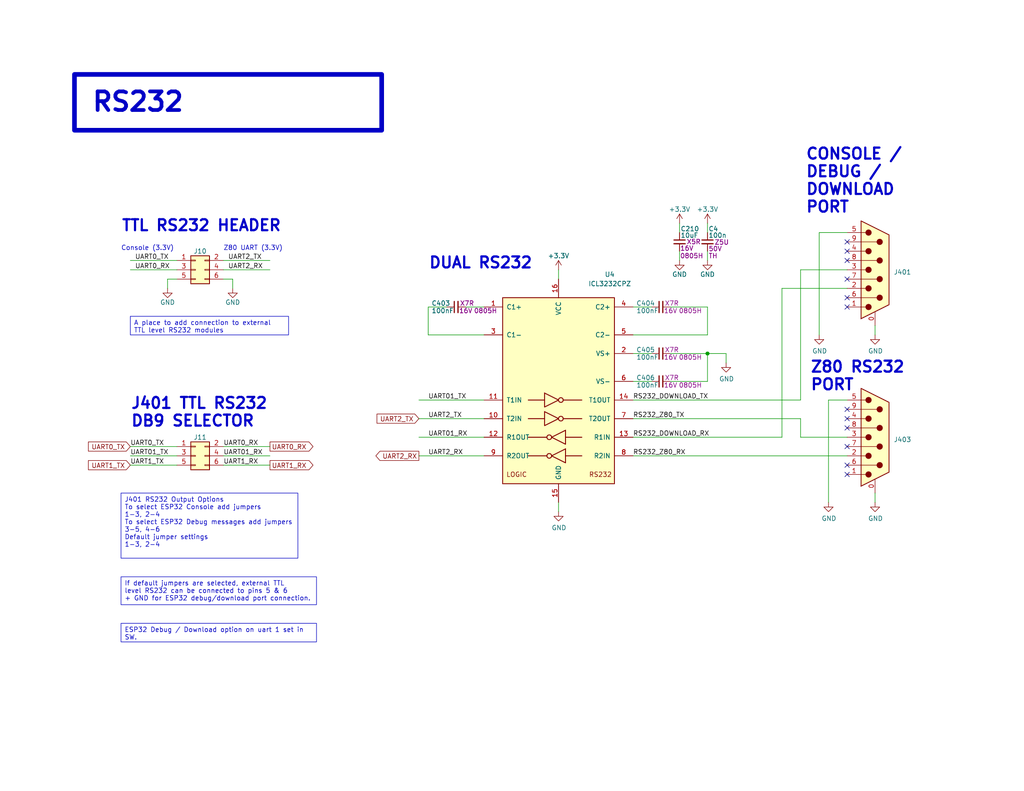
<source format=kicad_sch>
(kicad_sch (version 20230121) (generator eeschema)

  (uuid 8ed5f883-e9cc-439e-874c-d30f37d2d249)

  (paper "USLetter")

  (title_block
    (title "Z80 Retro! ESP32 Interface and Programmer")
    (date "2023-06-12")
    (rev "1.0")
    (company "Denno Wiggle")
    (comment 1 "RS232 EXTERNAL INTERFACES")
  )

  (lib_symbols
    (symbol "Connector_Generic:Conn_02x03_Odd_Even" (pin_names (offset 1.016) hide) (in_bom yes) (on_board yes)
      (property "Reference" "J" (at 1.27 5.08 0)
        (effects (font (size 1.27 1.27)))
      )
      (property "Value" "Conn_02x03_Odd_Even" (at 1.27 -5.08 0)
        (effects (font (size 1.27 1.27)))
      )
      (property "Footprint" "" (at 0 0 0)
        (effects (font (size 1.27 1.27)) hide)
      )
      (property "Datasheet" "~" (at 0 0 0)
        (effects (font (size 1.27 1.27)) hide)
      )
      (property "ki_keywords" "connector" (at 0 0 0)
        (effects (font (size 1.27 1.27)) hide)
      )
      (property "ki_description" "Generic connector, double row, 02x03, odd/even pin numbering scheme (row 1 odd numbers, row 2 even numbers), script generated (kicad-library-utils/schlib/autogen/connector/)" (at 0 0 0)
        (effects (font (size 1.27 1.27)) hide)
      )
      (property "ki_fp_filters" "Connector*:*_2x??_*" (at 0 0 0)
        (effects (font (size 1.27 1.27)) hide)
      )
      (symbol "Conn_02x03_Odd_Even_1_1"
        (rectangle (start -1.27 -2.413) (end 0 -2.667)
          (stroke (width 0.1524) (type default))
          (fill (type none))
        )
        (rectangle (start -1.27 0.127) (end 0 -0.127)
          (stroke (width 0.1524) (type default))
          (fill (type none))
        )
        (rectangle (start -1.27 2.667) (end 0 2.413)
          (stroke (width 0.1524) (type default))
          (fill (type none))
        )
        (rectangle (start -1.27 3.81) (end 3.81 -3.81)
          (stroke (width 0.254) (type default))
          (fill (type background))
        )
        (rectangle (start 3.81 -2.413) (end 2.54 -2.667)
          (stroke (width 0.1524) (type default))
          (fill (type none))
        )
        (rectangle (start 3.81 0.127) (end 2.54 -0.127)
          (stroke (width 0.1524) (type default))
          (fill (type none))
        )
        (rectangle (start 3.81 2.667) (end 2.54 2.413)
          (stroke (width 0.1524) (type default))
          (fill (type none))
        )
        (pin passive line (at -5.08 2.54 0) (length 3.81)
          (name "Pin_1" (effects (font (size 1.27 1.27))))
          (number "1" (effects (font (size 1.27 1.27))))
        )
        (pin passive line (at 7.62 2.54 180) (length 3.81)
          (name "Pin_2" (effects (font (size 1.27 1.27))))
          (number "2" (effects (font (size 1.27 1.27))))
        )
        (pin passive line (at -5.08 0 0) (length 3.81)
          (name "Pin_3" (effects (font (size 1.27 1.27))))
          (number "3" (effects (font (size 1.27 1.27))))
        )
        (pin passive line (at 7.62 0 180) (length 3.81)
          (name "Pin_4" (effects (font (size 1.27 1.27))))
          (number "4" (effects (font (size 1.27 1.27))))
        )
        (pin passive line (at -5.08 -2.54 0) (length 3.81)
          (name "Pin_5" (effects (font (size 1.27 1.27))))
          (number "5" (effects (font (size 1.27 1.27))))
        )
        (pin passive line (at 7.62 -2.54 180) (length 3.81)
          (name "Pin_6" (effects (font (size 1.27 1.27))))
          (number "6" (effects (font (size 1.27 1.27))))
        )
      )
    )
    (symbol "Interface_UART:MAX3232" (pin_names (offset 1.016)) (in_bom yes) (on_board yes)
      (property "Reference" "U" (at -2.54 28.575 0)
        (effects (font (size 1.27 1.27)) (justify right))
      )
      (property "Value" "MAX3232" (at -2.54 26.67 0)
        (effects (font (size 1.27 1.27)) (justify right))
      )
      (property "Footprint" "" (at 1.27 -26.67 0)
        (effects (font (size 1.27 1.27)) (justify left) hide)
      )
      (property "Datasheet" "https://datasheets.maximintegrated.com/en/ds/MAX3222-MAX3241.pdf" (at 0 2.54 0)
        (effects (font (size 1.27 1.27)) hide)
      )
      (property "ki_keywords" "rs232 uart transceiver line-driver" (at 0 0 0)
        (effects (font (size 1.27 1.27)) hide)
      )
      (property "ki_description" "3.0V to 5.5V, Low-Power, up to 1Mbps, True RS-232 Transceivers Using Four 0.1μF External Capacitors" (at 0 0 0)
        (effects (font (size 1.27 1.27)) hide)
      )
      (property "ki_fp_filters" "SOIC*P1.27mm* DIP*W7.62mm* TSSOP*4.4x5mm*P0.65mm*" (at 0 0 0)
        (effects (font (size 1.27 1.27)) hide)
      )
      (symbol "MAX3232_0_0"
        (text "LOGIC" (at -11.43 -22.86 0)
          (effects (font (size 1.27 1.27)))
        )
        (text "RS232" (at 11.43 -22.86 0)
          (effects (font (size 1.27 1.27)))
        )
      )
      (symbol "MAX3232_0_1"
        (rectangle (start -15.24 -25.4) (end 15.24 25.4)
          (stroke (width 0.254) (type default))
          (fill (type background))
        )
        (circle (center -2.54 -17.78) (radius 0.635)
          (stroke (width 0.254) (type default))
          (fill (type none))
        )
        (circle (center -2.54 -12.7) (radius 0.635)
          (stroke (width 0.254) (type default))
          (fill (type none))
        )
        (polyline
          (pts
            (xy -3.81 -7.62)
            (xy -8.255 -7.62)
          )
          (stroke (width 0.254) (type default))
          (fill (type none))
        )
        (polyline
          (pts
            (xy -3.81 -2.54)
            (xy -8.255 -2.54)
          )
          (stroke (width 0.254) (type default))
          (fill (type none))
        )
        (polyline
          (pts
            (xy -3.175 -17.78)
            (xy -8.255 -17.78)
          )
          (stroke (width 0.254) (type default))
          (fill (type none))
        )
        (polyline
          (pts
            (xy -3.175 -12.7)
            (xy -8.255 -12.7)
          )
          (stroke (width 0.254) (type default))
          (fill (type none))
        )
        (polyline
          (pts
            (xy 1.27 -7.62)
            (xy 6.35 -7.62)
          )
          (stroke (width 0.254) (type default))
          (fill (type none))
        )
        (polyline
          (pts
            (xy 1.27 -2.54)
            (xy 6.35 -2.54)
          )
          (stroke (width 0.254) (type default))
          (fill (type none))
        )
        (polyline
          (pts
            (xy 1.905 -17.78)
            (xy 6.35 -17.78)
          )
          (stroke (width 0.254) (type default))
          (fill (type none))
        )
        (polyline
          (pts
            (xy 1.905 -12.7)
            (xy 6.35 -12.7)
          )
          (stroke (width 0.254) (type default))
          (fill (type none))
        )
        (polyline
          (pts
            (xy -3.81 -5.715)
            (xy -3.81 -9.525)
            (xy 0 -7.62)
            (xy -3.81 -5.715)
          )
          (stroke (width 0.254) (type default))
          (fill (type none))
        )
        (polyline
          (pts
            (xy -3.81 -0.635)
            (xy -3.81 -4.445)
            (xy 0 -2.54)
            (xy -3.81 -0.635)
          )
          (stroke (width 0.254) (type default))
          (fill (type none))
        )
        (polyline
          (pts
            (xy 1.905 -15.875)
            (xy 1.905 -19.685)
            (xy -1.905 -17.78)
            (xy 1.905 -15.875)
          )
          (stroke (width 0.254) (type default))
          (fill (type none))
        )
        (polyline
          (pts
            (xy 1.905 -10.795)
            (xy 1.905 -14.605)
            (xy -1.905 -12.7)
            (xy 1.905 -10.795)
          )
          (stroke (width 0.254) (type default))
          (fill (type none))
        )
        (circle (center 0.635 -7.62) (radius 0.635)
          (stroke (width 0.254) (type default))
          (fill (type none))
        )
        (circle (center 0.635 -2.54) (radius 0.635)
          (stroke (width 0.254) (type default))
          (fill (type none))
        )
      )
      (symbol "MAX3232_1_1"
        (pin passive line (at -20.32 22.86 0) (length 5.08)
          (name "C1+" (effects (font (size 1.27 1.27))))
          (number "1" (effects (font (size 1.27 1.27))))
        )
        (pin input line (at -20.32 -7.62 0) (length 5.08)
          (name "T2IN" (effects (font (size 1.27 1.27))))
          (number "10" (effects (font (size 1.27 1.27))))
        )
        (pin input line (at -20.32 -2.54 0) (length 5.08)
          (name "T1IN" (effects (font (size 1.27 1.27))))
          (number "11" (effects (font (size 1.27 1.27))))
        )
        (pin output line (at -20.32 -12.7 0) (length 5.08)
          (name "R1OUT" (effects (font (size 1.27 1.27))))
          (number "12" (effects (font (size 1.27 1.27))))
        )
        (pin input line (at 20.32 -12.7 180) (length 5.08)
          (name "R1IN" (effects (font (size 1.27 1.27))))
          (number "13" (effects (font (size 1.27 1.27))))
        )
        (pin output line (at 20.32 -2.54 180) (length 5.08)
          (name "T1OUT" (effects (font (size 1.27 1.27))))
          (number "14" (effects (font (size 1.27 1.27))))
        )
        (pin power_in line (at 0 -30.48 90) (length 5.08)
          (name "GND" (effects (font (size 1.27 1.27))))
          (number "15" (effects (font (size 1.27 1.27))))
        )
        (pin power_in line (at 0 30.48 270) (length 5.08)
          (name "VCC" (effects (font (size 1.27 1.27))))
          (number "16" (effects (font (size 1.27 1.27))))
        )
        (pin power_out line (at 20.32 10.16 180) (length 5.08)
          (name "VS+" (effects (font (size 1.27 1.27))))
          (number "2" (effects (font (size 1.27 1.27))))
        )
        (pin passive line (at -20.32 15.24 0) (length 5.08)
          (name "C1-" (effects (font (size 1.27 1.27))))
          (number "3" (effects (font (size 1.27 1.27))))
        )
        (pin passive line (at 20.32 22.86 180) (length 5.08)
          (name "C2+" (effects (font (size 1.27 1.27))))
          (number "4" (effects (font (size 1.27 1.27))))
        )
        (pin passive line (at 20.32 15.24 180) (length 5.08)
          (name "C2-" (effects (font (size 1.27 1.27))))
          (number "5" (effects (font (size 1.27 1.27))))
        )
        (pin power_out line (at 20.32 2.54 180) (length 5.08)
          (name "VS-" (effects (font (size 1.27 1.27))))
          (number "6" (effects (font (size 1.27 1.27))))
        )
        (pin output line (at 20.32 -7.62 180) (length 5.08)
          (name "T2OUT" (effects (font (size 1.27 1.27))))
          (number "7" (effects (font (size 1.27 1.27))))
        )
        (pin input line (at 20.32 -17.78 180) (length 5.08)
          (name "R2IN" (effects (font (size 1.27 1.27))))
          (number "8" (effects (font (size 1.27 1.27))))
        )
        (pin output line (at -20.32 -17.78 0) (length 5.08)
          (name "R2OUT" (effects (font (size 1.27 1.27))))
          (number "9" (effects (font (size 1.27 1.27))))
        )
      )
    )
    (symbol "WTM:C_100nF_X7R_16V_0805H_Horizontal" (pin_numbers hide) (pin_names (offset 0) hide) (in_bom yes) (on_board yes)
      (property "Reference" "C" (at -6.731 1.016 0) (do_not_autoplace)
        (effects (font (size 1.27 1.27)) (justify left))
      )
      (property "Value" "100nF" (at -6.731 -1.016 0) (do_not_autoplace)
        (effects (font (size 1.27 1.27)) (justify left))
      )
      (property "Footprint" "Capacitor_SMD:C_0805_2012Metric_Pad1.18x1.45mm_HandSolder" (at 2.54 -10.16 0)
        (effects (font (size 1.27 1.27)) hide)
      )
      (property "Datasheet" "https://www.we-online.com/katalog/datasheet/885012207045.pdf" (at 0 -25.4 0)
        (effects (font (size 1.27 1.27)) hide)
      )
      (property "Digikey" "732-8045-1-ND" (at 1.27 -12.7 0)
        (effects (font (size 1.27 1.27)) hide)
      )
      (property "Description" "CAP CER 0.1UF 16V X7R 0805" (at 1.27 -22.86 0)
        (effects (font (size 1.27 1.27)) hide)
      )
      (property "Dielectric" "X7R" (at 1.016 1.016 0) (do_not_autoplace)
        (effects (font (size 1.27 1.27)) (justify left))
      )
      (property "Voltage" "16V" (at 0.762 -1.016 0) (do_not_autoplace)
        (effects (font (size 1.27 1.27)) (justify left))
      )
      (property "MPN" "885012207045" (at 1.27 -20.32 0)
        (effects (font (size 1.27 1.27)) hide)
      )
      (property "Manufacturer" "Würth Elektronik" (at 1.27 -17.78 0)
        (effects (font (size 1.27 1.27)) hide)
      )
      (property "Footprint2" "0805H" (at 4.826 -1.016 0) (do_not_autoplace)
        (effects (font (size 1.27 1.27)) (justify left))
      )
      (property "Digi-Key_PN" "732-8045-1-ND" (at 1.27 -15.24 0)
        (effects (font (size 1.27 1.27)) hide)
      )
      (property "ki_keywords" "capacitor cap" (at 0 0 0)
        (effects (font (size 1.27 1.27)) hide)
      )
      (property "ki_description" "Unpolarized capacitor, small symbol" (at 0 0 0)
        (effects (font (size 1.27 1.27)) hide)
      )
      (property "ki_fp_filters" "C_*" (at 0 0 0)
        (effects (font (size 1.27 1.27)) hide)
      )
      (symbol "C_100nF_X7R_16V_0805H_Horizontal_0_1"
        (polyline
          (pts
            (xy -0.508 -1.524)
            (xy -0.508 1.524)
          )
          (stroke (width 0.3048) (type default))
          (fill (type none))
        )
        (polyline
          (pts
            (xy 0.508 -1.524)
            (xy 0.508 1.524)
          )
          (stroke (width 0.3302) (type default))
          (fill (type none))
        )
      )
      (symbol "C_100nF_X7R_16V_0805H_Horizontal_1_1"
        (pin passive line (at -2.54 0 0) (length 2.032)
          (name "~" (effects (font (size 1.27 1.27))))
          (number "1" (effects (font (size 1.27 1.27))))
        )
        (pin passive line (at 2.54 0 180) (length 2.032)
          (name "~" (effects (font (size 1.27 1.27))))
          (number "2" (effects (font (size 1.27 1.27))))
        )
      )
    )
    (symbol "WTM:C_100nF_Z5U_50V_TH" (pin_numbers hide) (pin_names (offset 0.254) hide) (in_bom yes) (on_board yes)
      (property "Reference" "C205" (at 0.254 3.556 0) (do_not_autoplace)
        (effects (font (size 1.27 1.27)) (justify left))
      )
      (property "Value" "100n" (at 0.254 1.778 0) (do_not_autoplace)
        (effects (font (size 1.27 1.27)) (justify left))
      )
      (property "Footprint" "Capacitor_THT:C_Disc_D3.8mm_W2.6mm_P2.50mm" (at 2.54 -25.4 0)
        (effects (font (size 1.27 1.27)) hide)
      )
      (property "Datasheet" "https://api.kemet.com/component-edge/download/specsheet/C315C104M5U5TA7303.pdf" (at 1.27 -10.16 0)
        (effects (font (size 1.27 1.27)) hide)
      )
      (property "Digikey" "399-9859-1-ND‎" (at 2.54 -12.7 0)
        (effects (font (size 1.27 1.27)) hide)
      )
      (property "Description" "CAP CER 0.1UF 50V Z5U RADIAL" (at 2.54 -15.24 0)
        (effects (font (size 1.27 1.27)) hide)
      )
      (property "Dielectric" "Z5U" (at 1.905 0.635 0) (do_not_autoplace)
        (effects (font (size 1.27 1.27)) (justify left top))
      )
      (property "Voltage" "50V" (at 0.254 -1.143 0) (do_not_autoplace)
        (effects (font (size 1.27 1.27)) (justify left top))
      )
      (property "Footprint2" "TH" (at 1.524 -3.81 0) (do_not_autoplace)
        (effects (font (size 1.27 1.27)))
      )
      (property "Digi-Key_PN" "399-9859-1-ND‎" (at 1.27 -22.86 0)
        (effects (font (size 1.27 1.27)) hide)
      )
      (property "MPN" "C315C104M5U5TA7303" (at 2.54 -20.32 0)
        (effects (font (size 1.27 1.27)) hide)
      )
      (property "Manufacturer" "KEMET" (at 1.27 -17.78 0)
        (effects (font (size 1.27 1.27)) hide)
      )
      (property "ki_keywords" "capacitor cap" (at 0 0 0)
        (effects (font (size 1.27 1.27)) hide)
      )
      (property "ki_description" "Unpolarized capacitor, small symbol" (at 0 0 0)
        (effects (font (size 1.27 1.27)) hide)
      )
      (property "ki_fp_filters" "C_*" (at 0 0 0)
        (effects (font (size 1.27 1.27)) hide)
      )
      (symbol "C_100nF_Z5U_50V_TH_0_1"
        (polyline
          (pts
            (xy -1.524 -0.508)
            (xy 1.524 -0.508)
          )
          (stroke (width 0.3302) (type default))
          (fill (type none))
        )
        (polyline
          (pts
            (xy -1.524 0.508)
            (xy 1.524 0.508)
          )
          (stroke (width 0.3048) (type default))
          (fill (type none))
        )
      )
      (symbol "C_100nF_Z5U_50V_TH_1_1"
        (pin passive line (at 0 2.54 270) (length 2.032)
          (name "~" (effects (font (size 1.27 1.27))))
          (number "1" (effects (font (size 1.27 1.27))))
        )
        (pin passive line (at 0 -2.54 90) (length 2.032)
          (name "~" (effects (font (size 1.27 1.27))))
          (number "2" (effects (font (size 1.27 1.27))))
        )
      )
    )
    (symbol "WTM:C_10uF_X5R_16V_0805H" (pin_numbers hide) (pin_names (offset 0.254) hide) (in_bom yes) (on_board yes)
      (property "Reference" "C206" (at 0.254 3.556 0) (do_not_autoplace)
        (effects (font (size 1.27 1.27)) (justify left))
      )
      (property "Value" "10uF" (at 0.254 1.778 0) (do_not_autoplace)
        (effects (font (size 1.27 1.27)) (justify left))
      )
      (property "Footprint" "Capacitor_SMD:C_0805_2012Metric_Pad1.18x1.45mm_HandSolder" (at 1.27 -20.32 0)
        (effects (font (size 1.27 1.27)) hide)
      )
      (property "Datasheet" "https://media.digikey.com/pdf/Data%20Sheets/Samsung%20PDFs/CL21A106KOQNNNG_Spec.pdf" (at 0 -10.16 0)
        (effects (font (size 1.27 1.27)) hide)
      )
      (property "Digikey" "1276-6455-1-ND" (at 1.27 -22.86 0)
        (effects (font (size 1.27 1.27)) hide)
      )
      (property "Description" "CAP CER 10UF 16V X5R 0805" (at 1.27 -12.7 0)
        (effects (font (size 1.27 1.27)) hide)
      )
      (property "Dielectric" "X5R" (at 1.905 0.762 0) (do_not_autoplace)
        (effects (font (size 1.27 1.27)) (justify left top))
      )
      (property "Voltage" "16V" (at 0.127 -1.016 0) (do_not_autoplace)
        (effects (font (size 1.27 1.27)) (justify left top))
      )
      (property "Footprint2" "0805H" (at 3.302 -3.81 0) (do_not_autoplace)
        (effects (font (size 1.27 1.27)))
      )
      (property "Digi-Key_PN" "1276-6455-1-ND" (at 1.27 -25.4 0)
        (effects (font (size 1.27 1.27)) hide)
      )
      (property "MPN" "CL21A106KOQNNNG" (at 0 -17.78 0)
        (effects (font (size 1.27 1.27)) hide)
      )
      (property "Manufacturer" "Samsung Electro-Mechanics" (at 1.27 -15.24 0)
        (effects (font (size 1.27 1.27)) hide)
      )
      (property "ki_keywords" "capacitor cap" (at 0 0 0)
        (effects (font (size 1.27 1.27)) hide)
      )
      (property "ki_description" "Unpolarized capacitor, small symbol" (at 0 0 0)
        (effects (font (size 1.27 1.27)) hide)
      )
      (property "ki_fp_filters" "C_*" (at 0 0 0)
        (effects (font (size 1.27 1.27)) hide)
      )
      (symbol "C_10uF_X5R_16V_0805H_0_1"
        (polyline
          (pts
            (xy -1.524 -0.508)
            (xy 1.524 -0.508)
          )
          (stroke (width 0.3302) (type default))
          (fill (type none))
        )
        (polyline
          (pts
            (xy -1.524 0.508)
            (xy 1.524 0.508)
          )
          (stroke (width 0.3048) (type default))
          (fill (type none))
        )
      )
      (symbol "C_10uF_X5R_16V_0805H_1_1"
        (pin passive line (at 0 2.54 270) (length 2.032)
          (name "~" (effects (font (size 1.27 1.27))))
          (number "1" (effects (font (size 1.27 1.27))))
        )
        (pin passive line (at 0 -2.54 90) (length 2.032)
          (name "~" (effects (font (size 1.27 1.27))))
          (number "2" (effects (font (size 1.27 1.27))))
        )
      )
    )
    (symbol "WTM:DB9_Male_MountingHoles-Connector" (pin_names (offset 1.016) hide) (in_bom yes) (on_board yes)
      (property "Reference" "J3" (at -1.27 12.7 0)
        (effects (font (size 1.27 1.27)))
      )
      (property "Value" "DB9_Male_MountingHoles" (at -4.572 0 0)
        (effects (font (size 1.27 1.27)) (justify left) hide)
      )
      (property "Footprint" "Connector_Dsub:DSUB-9_Male_Horizontal_P2.77x2.84mm_EdgePinOffset7.70mm_Housed_MountingHolesOffset9.12mm" (at 0 0 0)
        (effects (font (size 1.27 1.27)) hide)
      )
      (property "Datasheet" "http://www.assmann-wsw.com/uploads/datasheets/ASS_4888_CO.pdf" (at 0 0 0)
        (effects (font (size 1.27 1.27)) hide)
      )
      (property "Description" "9 Position D-Sub Plug, Male Pins Connector" (at 0 0 0)
        (effects (font (size 1.27 1.27)) hide)
      )
      (property "Digi-Key_PN" "AE10970-ND" (at 0 0 0)
        (effects (font (size 1.27 1.27)) hide)
      )
      (property "MPN" "A-DS 09 A/KG-T4S" (at 0 0 0)
        (effects (font (size 1.27 1.27)) hide)
      )
      (property "Manufacturer" "Assmann WSW Components" (at 0 0 0)
        (effects (font (size 1.27 1.27)) hide)
      )
      (property "ki_fp_filters" "DSUB*Male*" (at 0 0 0)
        (effects (font (size 1.27 1.27)) hide)
      )
      (symbol "DB9_Male_MountingHoles-Connector_0_1"
        (circle (center -1.778 -10.16) (radius 0.762)
          (stroke (width 0) (type solid))
          (fill (type outline))
        )
        (circle (center -1.778 -5.08) (radius 0.762)
          (stroke (width 0) (type solid))
          (fill (type outline))
        )
        (circle (center -1.778 0) (radius 0.762)
          (stroke (width 0) (type solid))
          (fill (type outline))
        )
        (circle (center -1.778 5.08) (radius 0.762)
          (stroke (width 0) (type solid))
          (fill (type outline))
        )
        (circle (center -1.778 10.16) (radius 0.762)
          (stroke (width 0) (type solid))
          (fill (type outline))
        )
        (polyline
          (pts
            (xy -3.81 -10.16)
            (xy -2.54 -10.16)
          )
          (stroke (width 0) (type solid))
          (fill (type none))
        )
        (polyline
          (pts
            (xy -3.81 -7.62)
            (xy 0.508 -7.62)
          )
          (stroke (width 0) (type solid))
          (fill (type none))
        )
        (polyline
          (pts
            (xy -3.81 -5.08)
            (xy -2.54 -5.08)
          )
          (stroke (width 0) (type solid))
          (fill (type none))
        )
        (polyline
          (pts
            (xy -3.81 -2.54)
            (xy 0.508 -2.54)
          )
          (stroke (width 0) (type solid))
          (fill (type none))
        )
        (polyline
          (pts
            (xy -3.81 0)
            (xy -2.54 0)
          )
          (stroke (width 0) (type solid))
          (fill (type none))
        )
        (polyline
          (pts
            (xy -3.81 2.54)
            (xy 0.508 2.54)
          )
          (stroke (width 0) (type solid))
          (fill (type none))
        )
        (polyline
          (pts
            (xy -3.81 5.08)
            (xy -2.54 5.08)
          )
          (stroke (width 0) (type solid))
          (fill (type none))
        )
        (polyline
          (pts
            (xy -3.81 7.62)
            (xy 0.508 7.62)
          )
          (stroke (width 0) (type solid))
          (fill (type none))
        )
        (polyline
          (pts
            (xy -3.81 10.16)
            (xy -2.54 10.16)
          )
          (stroke (width 0) (type solid))
          (fill (type none))
        )
        (polyline
          (pts
            (xy -3.81 -13.335)
            (xy -3.81 13.335)
            (xy 3.81 9.525)
            (xy 3.81 -9.525)
            (xy -3.81 -13.335)
          )
          (stroke (width 0.254) (type solid))
          (fill (type background))
        )
        (circle (center 1.27 -7.62) (radius 0.762)
          (stroke (width 0) (type solid))
          (fill (type outline))
        )
        (circle (center 1.27 -2.54) (radius 0.762)
          (stroke (width 0) (type solid))
          (fill (type outline))
        )
        (circle (center 1.27 2.54) (radius 0.762)
          (stroke (width 0) (type solid))
          (fill (type outline))
        )
        (circle (center 1.27 7.62) (radius 0.762)
          (stroke (width 0) (type solid))
          (fill (type outline))
        )
      )
      (symbol "DB9_Male_MountingHoles-Connector_1_1"
        (pin passive line (at 0 -15.24 90) (length 3.81)
          (name "PAD" (effects (font (size 1.27 1.27))))
          (number "0" (effects (font (size 1.27 1.27))))
        )
        (pin passive line (at -7.62 -10.16 0) (length 3.81)
          (name "1" (effects (font (size 1.27 1.27))))
          (number "1" (effects (font (size 1.27 1.27))))
        )
        (pin passive line (at -7.62 -5.08 0) (length 3.81)
          (name "2" (effects (font (size 1.27 1.27))))
          (number "2" (effects (font (size 1.27 1.27))))
        )
        (pin passive line (at -7.62 0 0) (length 3.81)
          (name "3" (effects (font (size 1.27 1.27))))
          (number "3" (effects (font (size 1.27 1.27))))
        )
        (pin passive line (at -7.62 5.08 0) (length 3.81)
          (name "4" (effects (font (size 1.27 1.27))))
          (number "4" (effects (font (size 1.27 1.27))))
        )
        (pin passive line (at -7.62 10.16 0) (length 3.81)
          (name "5" (effects (font (size 1.27 1.27))))
          (number "5" (effects (font (size 1.27 1.27))))
        )
        (pin passive line (at -7.62 -7.62 0) (length 3.81)
          (name "6" (effects (font (size 1.27 1.27))))
          (number "6" (effects (font (size 1.27 1.27))))
        )
        (pin passive line (at -7.62 -2.54 0) (length 3.81)
          (name "7" (effects (font (size 1.27 1.27))))
          (number "7" (effects (font (size 1.27 1.27))))
        )
        (pin passive line (at -7.62 2.54 0) (length 3.81)
          (name "8" (effects (font (size 1.27 1.27))))
          (number "8" (effects (font (size 1.27 1.27))))
        )
        (pin passive line (at -7.62 7.62 0) (length 3.81)
          (name "9" (effects (font (size 1.27 1.27))))
          (number "9" (effects (font (size 1.27 1.27))))
        )
      )
    )
    (symbol "power:+3.3V" (power) (pin_names (offset 0)) (in_bom yes) (on_board yes)
      (property "Reference" "#PWR" (at 0 -3.81 0)
        (effects (font (size 1.27 1.27)) hide)
      )
      (property "Value" "+3.3V" (at 0 3.556 0)
        (effects (font (size 1.27 1.27)))
      )
      (property "Footprint" "" (at 0 0 0)
        (effects (font (size 1.27 1.27)) hide)
      )
      (property "Datasheet" "" (at 0 0 0)
        (effects (font (size 1.27 1.27)) hide)
      )
      (property "ki_keywords" "global power" (at 0 0 0)
        (effects (font (size 1.27 1.27)) hide)
      )
      (property "ki_description" "Power symbol creates a global label with name \"+3.3V\"" (at 0 0 0)
        (effects (font (size 1.27 1.27)) hide)
      )
      (symbol "+3.3V_0_1"
        (polyline
          (pts
            (xy -0.762 1.27)
            (xy 0 2.54)
          )
          (stroke (width 0) (type default))
          (fill (type none))
        )
        (polyline
          (pts
            (xy 0 0)
            (xy 0 2.54)
          )
          (stroke (width 0) (type default))
          (fill (type none))
        )
        (polyline
          (pts
            (xy 0 2.54)
            (xy 0.762 1.27)
          )
          (stroke (width 0) (type default))
          (fill (type none))
        )
      )
      (symbol "+3.3V_1_1"
        (pin power_in line (at 0 0 90) (length 0) hide
          (name "+3.3V" (effects (font (size 1.27 1.27))))
          (number "1" (effects (font (size 1.27 1.27))))
        )
      )
    )
    (symbol "power:GND" (power) (pin_names (offset 0)) (in_bom yes) (on_board yes)
      (property "Reference" "#PWR" (at 0 -6.35 0)
        (effects (font (size 1.27 1.27)) hide)
      )
      (property "Value" "GND" (at 0 -3.81 0)
        (effects (font (size 1.27 1.27)))
      )
      (property "Footprint" "" (at 0 0 0)
        (effects (font (size 1.27 1.27)) hide)
      )
      (property "Datasheet" "" (at 0 0 0)
        (effects (font (size 1.27 1.27)) hide)
      )
      (property "ki_keywords" "global power" (at 0 0 0)
        (effects (font (size 1.27 1.27)) hide)
      )
      (property "ki_description" "Power symbol creates a global label with name \"GND\" , ground" (at 0 0 0)
        (effects (font (size 1.27 1.27)) hide)
      )
      (symbol "GND_0_1"
        (polyline
          (pts
            (xy 0 0)
            (xy 0 -1.27)
            (xy 1.27 -1.27)
            (xy 0 -2.54)
            (xy -1.27 -1.27)
            (xy 0 -1.27)
          )
          (stroke (width 0) (type default))
          (fill (type none))
        )
      )
      (symbol "GND_1_1"
        (pin power_in line (at 0 0 270) (length 0) hide
          (name "GND" (effects (font (size 1.27 1.27))))
          (number "1" (effects (font (size 1.27 1.27))))
        )
      )
    )
  )

  (junction (at 193.04 96.52) (diameter 0) (color 0 0 0 0)
    (uuid 0bfcca43-19a6-4343-9898-a6edef19ae74)
  )

  (no_connect (at 231.14 116.84) (uuid 08ceacb3-b22c-4777-b312-fbdda0901132))
  (no_connect (at 231.14 129.54) (uuid 2b233d37-1dd9-4dc1-9fb4-496d8dc147d2))
  (no_connect (at 231.14 121.92) (uuid 3e6ac2e9-a874-48f5-b9ec-7481c87b9314))
  (no_connect (at 231.14 76.2) (uuid 560cde04-7ecc-4fac-b8e8-34c82fe40e0e))
  (no_connect (at 231.14 81.28) (uuid 641a1746-2b5f-41c3-8aea-c1809866dd11))
  (no_connect (at 231.14 114.3) (uuid 73a1a6b4-261e-443e-96e3-90f79badc365))
  (no_connect (at 231.14 83.82) (uuid 75534b17-6752-4e65-92b2-d5f8f27aa454))
  (no_connect (at 231.14 111.76) (uuid a50b0efc-e94f-45fa-99ee-d038e82e6e26))
  (no_connect (at 231.14 66.04) (uuid cb69ac3b-cdb0-4554-bdbd-788bb38a3afc))
  (no_connect (at 231.14 71.12) (uuid dc753601-69e4-4db8-af61-080b70b62f4f))
  (no_connect (at 231.14 127) (uuid e17d7842-d7da-4d0b-834f-9f0e0880ec64))
  (no_connect (at 231.14 68.58) (uuid f0181a0b-94ca-4f78-a862-92bd47a5100f))

  (wire (pts (xy 193.04 60.96) (xy 193.04 63.5))
    (stroke (width 0) (type default))
    (uuid 04879a15-a386-446b-b0a8-4bebbba4df01)
  )
  (wire (pts (xy 35.56 73.66) (xy 48.26 73.66))
    (stroke (width 0) (type default))
    (uuid 0646f120-f30b-4fc7-8d1a-adb6e1be6c05)
  )
  (wire (pts (xy 213.36 78.74) (xy 213.36 119.38))
    (stroke (width 0) (type default))
    (uuid 08e5b877-0ea9-49b1-a501-3e73aa816222)
  )
  (wire (pts (xy 231.14 119.38) (xy 218.44 119.38))
    (stroke (width 0) (type default))
    (uuid 093c42ef-0808-48d3-9855-f6c9313a9986)
  )
  (wire (pts (xy 60.96 127) (xy 73.66 127))
    (stroke (width 0) (type default))
    (uuid 0e337688-914d-4c2d-9b09-cf9e5a080135)
  )
  (wire (pts (xy 231.14 109.22) (xy 226.06 109.22))
    (stroke (width 0) (type default))
    (uuid 101d3ede-349a-4f6f-8879-ca26d9ff5f5a)
  )
  (wire (pts (xy 172.72 83.82) (xy 177.8 83.82))
    (stroke (width 0) (type default))
    (uuid 12e41d88-82d3-4307-97ef-985e67e65852)
  )
  (wire (pts (xy 182.88 83.82) (xy 193.04 83.82))
    (stroke (width 0) (type default))
    (uuid 16e08e76-49c4-44cd-a2a6-faf59935a3db)
  )
  (wire (pts (xy 185.42 71.12) (xy 185.42 68.58))
    (stroke (width 0) (type default))
    (uuid 217aef72-f892-488a-b95a-35bb4df102b0)
  )
  (wire (pts (xy 35.56 124.46) (xy 48.26 124.46))
    (stroke (width 0) (type default))
    (uuid 236f24bb-40ae-4bd8-8295-309755e36ff6)
  )
  (wire (pts (xy 116.84 91.44) (xy 132.08 91.44))
    (stroke (width 0) (type default))
    (uuid 269eff7e-0899-4ae7-bc16-72c43492b641)
  )
  (wire (pts (xy 114.3 124.46) (xy 132.08 124.46))
    (stroke (width 0) (type default))
    (uuid 2b3e8ac3-c754-493e-b22d-3cdcb03c3909)
  )
  (wire (pts (xy 231.14 63.5) (xy 223.52 63.5))
    (stroke (width 0) (type default))
    (uuid 2ba98072-81f7-4e09-a2ec-ab8c2b24af81)
  )
  (wire (pts (xy 226.06 109.22) (xy 226.06 137.16))
    (stroke (width 0) (type default))
    (uuid 2cfe3ad0-1423-4e04-8ba3-c22202730c1a)
  )
  (wire (pts (xy 172.72 104.14) (xy 177.8 104.14))
    (stroke (width 0) (type default))
    (uuid 32899bb2-2435-4def-926a-c8f3eacf8d96)
  )
  (wire (pts (xy 193.04 96.52) (xy 193.04 104.14))
    (stroke (width 0) (type default))
    (uuid 374728dd-be84-43e1-b09a-f80f648132e4)
  )
  (wire (pts (xy 172.72 109.22) (xy 218.44 109.22))
    (stroke (width 0) (type default))
    (uuid 3ce33f58-cc82-4024-9d29-85c48180622c)
  )
  (wire (pts (xy 121.92 83.82) (xy 116.84 83.82))
    (stroke (width 0) (type default))
    (uuid 418d71a7-12fb-4f98-b140-9df376fd51fc)
  )
  (wire (pts (xy 182.88 96.52) (xy 193.04 96.52))
    (stroke (width 0) (type default))
    (uuid 4445fbaf-44b5-4666-99dc-963177d01137)
  )
  (wire (pts (xy 35.56 71.12) (xy 48.26 71.12))
    (stroke (width 0) (type default))
    (uuid 494d765b-f641-4f1a-bb82-2e27ef4a3c31)
  )
  (wire (pts (xy 45.72 78.74) (xy 45.72 76.2))
    (stroke (width 0) (type default))
    (uuid 4ce13022-0e22-4683-bfaa-d0d55712e01a)
  )
  (wire (pts (xy 172.72 119.38) (xy 213.36 119.38))
    (stroke (width 0) (type default))
    (uuid 4f73189a-6e01-43b5-babe-a2bff217d032)
  )
  (wire (pts (xy 152.4 73.66) (xy 152.4 76.2))
    (stroke (width 0) (type default))
    (uuid 55bb6364-2ff6-4932-a817-1ff3131acb38)
  )
  (wire (pts (xy 60.96 121.92) (xy 73.66 121.92))
    (stroke (width 0) (type default))
    (uuid 5a420406-db62-445f-8fd8-02f5b2b54c43)
  )
  (wire (pts (xy 193.04 71.12) (xy 193.04 68.58))
    (stroke (width 0) (type default))
    (uuid 5ab20a9a-513b-4ad7-a918-ee0b53912c23)
  )
  (wire (pts (xy 198.12 96.52) (xy 193.04 96.52))
    (stroke (width 0) (type default))
    (uuid 5c1a151c-90a8-4487-9e2d-ab17af7b74bb)
  )
  (wire (pts (xy 45.72 76.2) (xy 48.26 76.2))
    (stroke (width 0) (type default))
    (uuid 5d1b5320-e083-4e02-a2a1-88b420ea24cd)
  )
  (wire (pts (xy 116.84 83.82) (xy 116.84 91.44))
    (stroke (width 0) (type default))
    (uuid 6f2ab8d1-cec0-4923-bf34-f9b57b2a7d86)
  )
  (wire (pts (xy 60.96 124.46) (xy 73.66 124.46))
    (stroke (width 0) (type default))
    (uuid 6fc578e2-c0cf-4394-aaea-af4bbebca74c)
  )
  (wire (pts (xy 35.56 121.92) (xy 48.26 121.92))
    (stroke (width 0) (type default))
    (uuid 85fc4817-e38a-4a28-b688-1997b0be9f3d)
  )
  (wire (pts (xy 114.3 119.38) (xy 132.08 119.38))
    (stroke (width 0) (type default))
    (uuid 86735aa1-5b31-41e3-9da3-c86142366fb7)
  )
  (wire (pts (xy 63.5 78.74) (xy 63.5 76.2))
    (stroke (width 0) (type default))
    (uuid 88886d73-d9cc-4305-adb4-111f39096de6)
  )
  (wire (pts (xy 223.52 63.5) (xy 223.52 91.44))
    (stroke (width 0) (type default))
    (uuid 89a4b780-ea7f-42e7-9960-6f04ea9c5382)
  )
  (wire (pts (xy 60.96 73.66) (xy 73.66 73.66))
    (stroke (width 0) (type default))
    (uuid 9ef88c24-5238-433b-9cd9-37ebc11db32f)
  )
  (wire (pts (xy 193.04 83.82) (xy 193.04 91.44))
    (stroke (width 0) (type default))
    (uuid a40cdfa4-051d-4dcc-9781-51c4b489fde3)
  )
  (wire (pts (xy 60.96 71.12) (xy 73.66 71.12))
    (stroke (width 0) (type default))
    (uuid a43e6fa1-ecf8-44d4-9823-1cf72812a341)
  )
  (wire (pts (xy 238.76 134.62) (xy 238.76 137.16))
    (stroke (width 0) (type default))
    (uuid ac9c674d-0f74-481d-a034-504486a178eb)
  )
  (wire (pts (xy 238.76 88.9) (xy 238.76 91.44))
    (stroke (width 0) (type default))
    (uuid bbfe338d-bd52-4077-8fec-b21c34d2a745)
  )
  (wire (pts (xy 60.96 76.2) (xy 63.5 76.2))
    (stroke (width 0) (type default))
    (uuid be3cd27e-7de7-4287-9e9e-eadce862cff8)
  )
  (wire (pts (xy 231.14 73.66) (xy 218.44 73.66))
    (stroke (width 0) (type default))
    (uuid bfb6779f-f77b-4e18-8301-3d6f536079f4)
  )
  (wire (pts (xy 152.4 137.16) (xy 152.4 139.7))
    (stroke (width 0) (type default))
    (uuid c0ee6c65-3efe-4bc8-bfab-24556e034e64)
  )
  (wire (pts (xy 114.3 114.3) (xy 132.08 114.3))
    (stroke (width 0) (type default))
    (uuid cbdc0608-be3d-41df-9eda-5f63732d7c7e)
  )
  (wire (pts (xy 114.3 109.22) (xy 132.08 109.22))
    (stroke (width 0) (type default))
    (uuid d4741c6e-f638-42dc-856c-6d0d3c9dde2f)
  )
  (wire (pts (xy 172.72 114.3) (xy 218.44 114.3))
    (stroke (width 0) (type default))
    (uuid d9a7d308-5232-48b8-a366-2bd51231b7b8)
  )
  (wire (pts (xy 182.88 104.14) (xy 193.04 104.14))
    (stroke (width 0) (type default))
    (uuid dbcd35ec-df12-4294-b219-1b2966b2816b)
  )
  (wire (pts (xy 231.14 78.74) (xy 213.36 78.74))
    (stroke (width 0) (type default))
    (uuid e1ddf6e5-c776-40ef-a4c2-891f6817c16b)
  )
  (wire (pts (xy 218.44 73.66) (xy 218.44 109.22))
    (stroke (width 0) (type default))
    (uuid e407b7f3-edaa-42be-852a-a5ec69b5f4dd)
  )
  (wire (pts (xy 172.72 91.44) (xy 193.04 91.44))
    (stroke (width 0) (type default))
    (uuid e468b117-1ad5-4967-a66c-8b9ec76cd7f4)
  )
  (wire (pts (xy 198.12 99.06) (xy 198.12 96.52))
    (stroke (width 0) (type default))
    (uuid e9a8079d-0e22-4d6b-8468-ba3a5b4365d7)
  )
  (wire (pts (xy 35.56 127) (xy 48.26 127))
    (stroke (width 0) (type default))
    (uuid f453efba-1233-402c-9ade-49ff9cefd86f)
  )
  (wire (pts (xy 127 83.82) (xy 132.08 83.82))
    (stroke (width 0) (type default))
    (uuid f63af575-4b60-4562-875c-9e54f92f304d)
  )
  (wire (pts (xy 218.44 119.38) (xy 218.44 114.3))
    (stroke (width 0) (type default))
    (uuid f98fbc7e-a24a-4e6f-a77f-8465c4328a06)
  )
  (wire (pts (xy 185.42 60.96) (xy 185.42 63.5))
    (stroke (width 0) (type default))
    (uuid f9c3ae65-3ce6-4636-9d76-4bb2a4a47e3a)
  )
  (wire (pts (xy 172.72 124.46) (xy 231.14 124.46))
    (stroke (width 0) (type default))
    (uuid fca70044-667f-4f2a-9436-40f8d9ee35e3)
  )
  (wire (pts (xy 177.8 96.52) (xy 172.72 96.52))
    (stroke (width 0) (type default))
    (uuid fe73c226-39df-44de-8857-c6df30e18ff0)
  )

  (text_box "RS232"
    (at 20.32 20.32 0) (size 83.82 15.24)
    (stroke (width 1.27) (type default))
    (fill (type none))
    (effects (font (size 5.08 5.08) (thickness 1.016) bold) (justify left top))
    (uuid 5af547ac-7b5b-4a70-90dc-48f0e940c378)
  )
  (text_box "If default jumpers are selected, external TTL \nlevel RS232 can be connected to pins 5 & 6 \n+ GND for ESP32 debug/download port connection.\n"
    (at 33.02 157.48 0) (size 53.34 7.62)
    (stroke (width 0) (type default))
    (fill (type none))
    (effects (font (size 1.27 1.27)) (justify left top))
    (uuid a40144e2-79e6-478f-a71a-e37ab19ed396)
  )
  (text_box "A place to add connection to external \nTTL level RS232 modules\n"
    (at 35.56 86.36 0) (size 43.18 5.08)
    (stroke (width 0) (type default))
    (fill (type none))
    (effects (font (size 1.27 1.27)) (justify left top))
    (uuid a9830669-9566-45dc-8fdc-f871edb6b55e)
  )
  (text_box "J401 RS232 Output Options\nTo select ESP32 Console add jumpers\n1-3, 2-4\nTo select ESP32 Debug messages add jumpers\n3-5, 4-6\nDefault jumper settings\n1-3, 2-4\n"
    (at 33.02 134.62 0) (size 48.26 17.78)
    (stroke (width 0) (type default))
    (fill (type none))
    (effects (font (size 1.27 1.27)) (justify left top))
    (uuid c9e290a2-6cf5-48b1-a6e5-93d48f23c413)
  )
  (text_box "ESP32 Debug / Download option on uart 1 set in SW.\n"
    (at 33.02 170.18 0) (size 53.34 5.08)
    (stroke (width 0) (type default))
    (fill (type none))
    (effects (font (size 1.27 1.27)) (justify left top))
    (uuid d674cb6d-e134-46f1-bd9f-c7375850768a)
  )

  (text "TTL RS232 HEADER" (at 33.02 63.5 0)
    (effects (font (size 2.9972 2.9972) (thickness 0.5994) bold) (justify left bottom))
    (uuid 142f7ce0-158a-4f81-8fc6-2745d16a0742)
  )
  (text "Z80 UART (3.3V)" (at 60.96 68.58 0)
    (effects (font (size 1.27 1.27)) (justify left bottom))
    (uuid 36db2949-5815-4981-8a45-4f1c830f3a78)
  )
  (text "J401 TTL RS232\nDB9 SELECTOR" (at 35.56 116.84 0)
    (effects (font (size 2.9972 2.9972) (thickness 0.5994) bold) (justify left bottom))
    (uuid 43daafbf-d349-42ab-96fc-b36c615a5046)
  )
  (text "Z80 RS232\nPORT\n\n" (at 220.98 111.76 0)
    (effects (font (size 2.9972 2.9972) (thickness 0.5994) bold) (justify left bottom))
    (uuid 4adb0fb8-c339-4b1d-8354-152d850ce098)
  )
  (text "Console (3.3V)" (at 33.02 68.58 0)
    (effects (font (size 1.27 1.27)) (justify left bottom))
    (uuid 693a7fc9-41c1-4aa4-aac2-29d6edd9525a)
  )
  (text "CONSOLE /\nDEBUG / \nDOWNLOAD\nPORT\n" (at 219.71 58.42 0)
    (effects (font (size 2.9972 2.9972) (thickness 0.5994) bold) (justify left bottom))
    (uuid c5031830-1e52-4218-8820-edd0a7a9ed62)
  )
  (text "DUAL RS232" (at 116.84 73.66 0)
    (effects (font (size 2.9972 2.9972) (thickness 0.5994) bold) (justify left bottom))
    (uuid d8609887-609e-4eb7-8f89-e94913559043)
  )

  (label "UART0_RX" (at 36.83 73.66 0) (fields_autoplaced)
    (effects (font (size 1.27 1.27)) (justify left bottom))
    (uuid 0d87bf44-05a5-4437-af7e-82317e6621cb)
  )
  (label "UART0_TX" (at 36.83 71.12 0) (fields_autoplaced)
    (effects (font (size 1.27 1.27)) (justify left bottom))
    (uuid 281d927f-b536-4acb-a15c-5c133c57098b)
  )
  (label "UART01_RX" (at 60.96 124.46 0) (fields_autoplaced)
    (effects (font (size 1.27 1.27)) (justify left bottom))
    (uuid 4256118d-6500-4d0b-962b-db77db6893be)
  )
  (label "UART2_TX" (at 62.23 71.12 0) (fields_autoplaced)
    (effects (font (size 1.27 1.27)) (justify left bottom))
    (uuid 7681c5c2-d36c-4e02-8cc8-12a0d0b7fa60)
  )
  (label "UART2_RX" (at 116.84 124.46 0) (fields_autoplaced)
    (effects (font (size 1.27 1.27)) (justify left bottom))
    (uuid 79d9feeb-6f25-4912-8c9b-dc760e2ef441)
  )
  (label "RS232_Z80_RX" (at 172.72 124.46 0) (fields_autoplaced)
    (effects (font (size 1.27 1.27)) (justify left bottom))
    (uuid 7cec3e93-89a2-4de5-93c5-89b35c043a80)
  )
  (label "UART2_TX" (at 116.84 114.3 0) (fields_autoplaced)
    (effects (font (size 1.27 1.27)) (justify left bottom))
    (uuid 80bedf11-9512-4170-b556-1c7a702a4cac)
  )
  (label "RS232_DOWNLOAD_RX" (at 172.72 119.38 0) (fields_autoplaced)
    (effects (font (size 1.27 1.27)) (justify left bottom))
    (uuid 813b8f93-1542-4be0-a7f2-d837041bde24)
  )
  (label "UART1_TX" (at 35.56 127 0) (fields_autoplaced)
    (effects (font (size 1.27 1.27)) (justify left bottom))
    (uuid 84fe9c71-e674-49ad-97f9-64fb2987d080)
  )
  (label "UART1_RX" (at 60.96 127 0) (fields_autoplaced)
    (effects (font (size 1.27 1.27)) (justify left bottom))
    (uuid 8e7ae00a-2478-4a6d-b553-ac467c3ed4e4)
  )
  (label "UART0_TX" (at 35.56 121.92 0) (fields_autoplaced)
    (effects (font (size 1.27 1.27)) (justify left bottom))
    (uuid 924e8648-005c-41b5-903e-603cc1edd6d1)
  )
  (label "UART01_RX" (at 116.84 119.38 0) (fields_autoplaced)
    (effects (font (size 1.27 1.27)) (justify left bottom))
    (uuid 98483476-386f-4c87-8721-27a9edf8b1a9)
  )
  (label "RS232_DOWNLOAD_TX" (at 172.72 109.22 0) (fields_autoplaced)
    (effects (font (size 1.27 1.27)) (justify left bottom))
    (uuid ad113bef-6d45-4d0a-8d0b-75288043a0e2)
  )
  (label "UART0_RX" (at 60.96 121.92 0) (fields_autoplaced)
    (effects (font (size 1.27 1.27)) (justify left bottom))
    (uuid ba6d18ce-73cf-4528-931c-a85bceea3f54)
  )
  (label "UART01_TX" (at 116.84 109.22 0) (fields_autoplaced)
    (effects (font (size 1.27 1.27)) (justify left bottom))
    (uuid bfbcefe9-ba18-4292-8b3a-98a65ac88da6)
  )
  (label "UART01_TX" (at 35.56 124.46 0) (fields_autoplaced)
    (effects (font (size 1.27 1.27)) (justify left bottom))
    (uuid cc0da415-d790-4aec-8d3c-821c75dfc48b)
  )
  (label "UART2_RX" (at 62.23 73.66 0) (fields_autoplaced)
    (effects (font (size 1.27 1.27)) (justify left bottom))
    (uuid d6ab83ed-8f3c-45f5-8b5f-41b5ea0227a5)
  )
  (label "RS232_Z80_TX" (at 172.72 114.3 0) (fields_autoplaced)
    (effects (font (size 1.27 1.27)) (justify left bottom))
    (uuid e53407d1-2546-400c-8a59-479e5b72e036)
  )

  (global_label "UART2_TX" (shape input) (at 114.3 114.3 180)
    (effects (font (size 1.27 1.27)) (justify right))
    (uuid 0d7d9a09-bfa8-4747-a22c-c23d2cc904aa)
    (property "Intersheetrefs" "${INTERSHEET_REFS}" (at 103.124 114.3 0)
      (effects (font (size 1.27 1.27)) (justify right))
    )
  )
  (global_label "UART2_RX" (shape output) (at 114.3 124.46 180)
    (effects (font (size 1.27 1.27)) (justify right))
    (uuid 8ac89414-2d01-418a-adbc-5d5677e993c0)
    (property "Intersheetrefs" "${INTERSHEET_REFS}" (at 102.235 124.46 0)
      (effects (font (size 1.27 1.27)) (justify right))
    )
  )
  (global_label "UART1_RX" (shape output) (at 73.66 127 0) (fields_autoplaced)
    (effects (font (size 1.27 1.27)) (justify left))
    (uuid 99e9722a-4156-4aca-b5ca-54faf36e693c)
    (property "Intersheetrefs" "${INTERSHEET_REFS}" (at 85.8791 127 0)
      (effects (font (size 1.27 1.27)) (justify left))
    )
  )
  (global_label "UART0_RX" (shape output) (at 73.66 121.92 0) (fields_autoplaced)
    (effects (font (size 1.27 1.27)) (justify left))
    (uuid 9e1e66c1-10a4-4ad8-8a8c-e999078c49fe)
    (property "Intersheetrefs" "${INTERSHEET_REFS}" (at 85.8791 121.92 0)
      (effects (font (size 1.27 1.27)) (justify left))
    )
  )
  (global_label "UART1_TX" (shape input) (at 35.56 127 180) (fields_autoplaced)
    (effects (font (size 1.27 1.27)) (justify right))
    (uuid ab6f3e39-082a-4c13-9125-d0f3c2e85b1e)
    (property "Intersheetrefs" "${INTERSHEET_REFS}" (at 23.6433 127 0)
      (effects (font (size 1.27 1.27)) (justify right))
    )
  )
  (global_label "UART0_TX" (shape input) (at 35.56 121.92 180) (fields_autoplaced)
    (effects (font (size 1.27 1.27)) (justify right))
    (uuid ebc67cbc-7cde-43d7-abf6-a312b4723000)
    (property "Intersheetrefs" "${INTERSHEET_REFS}" (at 23.6433 121.92 0)
      (effects (font (size 1.27 1.27)) (justify right))
    )
  )

  (symbol (lib_id "power:+3.3V") (at 152.4 73.66 0) (unit 1)
    (in_bom yes) (on_board yes) (dnp no) (fields_autoplaced)
    (uuid 09f6306a-6798-4ea0-ba89-18d84a4b3c27)
    (property "Reference" "#PWR0507" (at 152.4 77.47 0)
      (effects (font (size 1.27 1.27)) hide)
    )
    (property "Value" "+3.3V" (at 152.4 69.85 0)
      (effects (font (size 1.27 1.27)))
    )
    (property "Footprint" "" (at 152.4 73.66 0)
      (effects (font (size 1.27 1.27)) hide)
    )
    (property "Datasheet" "" (at 152.4 73.66 0)
      (effects (font (size 1.27 1.27)) hide)
    )
    (pin "1" (uuid 8e248dfd-9031-4d89-a1dc-4fdccdf49ed0))
    (instances
      (project "ESP32_Interface"
        (path "/427359ba-a628-45f2-b713-ef7013e70a1d/ea51ecb1-955c-4e8e-8af2-f41b153c918f"
          (reference "#PWR0507") (unit 1)
        )
        (path "/427359ba-a628-45f2-b713-ef7013e70a1d/f6a51455-76fd-4304-9177-cc02681ddf75"
          (reference "#PWR0405") (unit 1)
        )
      )
    )
  )

  (symbol (lib_id "power:+3.3V") (at 185.42 60.96 0) (unit 1)
    (in_bom yes) (on_board yes) (dnp no) (fields_autoplaced)
    (uuid 19a09ad5-7448-4ab6-8459-06139990bf4f)
    (property "Reference" "#PWR0507" (at 185.42 64.77 0)
      (effects (font (size 1.27 1.27)) hide)
    )
    (property "Value" "+3.3V" (at 185.42 57.15 0)
      (effects (font (size 1.27 1.27)))
    )
    (property "Footprint" "" (at 185.42 60.96 0)
      (effects (font (size 1.27 1.27)) hide)
    )
    (property "Datasheet" "" (at 185.42 60.96 0)
      (effects (font (size 1.27 1.27)) hide)
    )
    (pin "1" (uuid dc4bd5d0-97b1-492a-b82a-6a5fd78ed313))
    (instances
      (project "ESP32_Interface"
        (path "/427359ba-a628-45f2-b713-ef7013e70a1d/ea51ecb1-955c-4e8e-8af2-f41b153c918f"
          (reference "#PWR0507") (unit 1)
        )
        (path "/427359ba-a628-45f2-b713-ef7013e70a1d/f6a51455-76fd-4304-9177-cc02681ddf75"
          (reference "#PWR0401") (unit 1)
        )
      )
    )
  )

  (symbol (lib_id "WTM:C_10uF_X5R_16V_0805H") (at 185.42 66.04 0) (unit 1)
    (in_bom yes) (on_board yes) (dnp no) (fields_autoplaced)
    (uuid 21b21c74-cb17-49f3-b24e-110c16f13421)
    (property "Reference" "C210" (at 185.674 62.484 0) (do_not_autoplace)
      (effects (font (size 1.27 1.27)) (justify left))
    )
    (property "Value" "10uF" (at 185.674 64.262 0) (do_not_autoplace)
      (effects (font (size 1.27 1.27)) (justify left))
    )
    (property "Footprint" "Capacitor_SMD:C_0805_2012Metric_Pad1.18x1.45mm_HandSolder" (at 186.69 86.36 0)
      (effects (font (size 1.27 1.27)) hide)
    )
    (property "Datasheet" "https://media.digikey.com/pdf/Data%20Sheets/Samsung%20PDFs/CL21A106KOQNNNG_Spec.pdf" (at 185.42 76.2 0)
      (effects (font (size 1.27 1.27)) hide)
    )
    (property "Digikey" "1276-6455-1-ND" (at 186.69 88.9 0)
      (effects (font (size 1.27 1.27)) hide)
    )
    (property "Description" "CAP CER 10UF 16V X5R 0805" (at 186.69 78.74 0)
      (effects (font (size 1.27 1.27)) hide)
    )
    (property "Dielectric" "X5R" (at 187.325 65.278 0) (do_not_autoplace)
      (effects (font (size 1.27 1.27)) (justify left top))
    )
    (property "Voltage" "16V" (at 185.547 67.056 0) (do_not_autoplace)
      (effects (font (size 1.27 1.27)) (justify left top))
    )
    (property "Footprint2" "0805H" (at 188.722 69.85 0) (do_not_autoplace)
      (effects (font (size 1.27 1.27)))
    )
    (property "Digi-Key_PN" "1276-6455-1-ND" (at 186.69 91.44 0)
      (effects (font (size 1.27 1.27)) hide)
    )
    (property "MPN" "CL21A106KOQNNNG" (at 185.42 83.82 0)
      (effects (font (size 1.27 1.27)) hide)
    )
    (property "Manufacturer" "Samsung Electro-Mechanics" (at 186.69 81.28 0)
      (effects (font (size 1.27 1.27)) hide)
    )
    (property "LCSC Part #" "C89831" (at 185.42 66.04 0)
      (effects (font (size 1.27 1.27)) hide)
    )
    (pin "1" (uuid 5d6c295f-dd75-4d9d-90e3-4ae59a5fa64b))
    (pin "2" (uuid f517b948-c359-48e1-bb2f-ae5dfc73fa43))
    (instances
      (project "ESP32_Interface"
        (path "/427359ba-a628-45f2-b713-ef7013e70a1d/e9ce1374-8d71-476d-af87-8c20393fafd1"
          (reference "C210") (unit 1)
        )
        (path "/427359ba-a628-45f2-b713-ef7013e70a1d/ab2aa111-dfb8-4f54-a3d2-2c17cf0e4d28"
          (reference "C305") (unit 1)
        )
        (path "/427359ba-a628-45f2-b713-ef7013e70a1d/f6a51455-76fd-4304-9177-cc02681ddf75"
          (reference "C401") (unit 1)
        )
      )
    )
  )

  (symbol (lib_id "WTM:DB9_Male_MountingHoles-Connector") (at 238.76 119.38 0) (unit 1)
    (in_bom yes) (on_board yes) (dnp no) (fields_autoplaced)
    (uuid 2c7bfc69-ae58-4cee-a446-8e671a81c4e6)
    (property "Reference" "J403" (at 243.84 120.015 0)
      (effects (font (size 1.27 1.27)) (justify left))
    )
    (property "Value" "DB9_Male_MountingHoles" (at 234.188 119.38 0)
      (effects (font (size 1.27 1.27)) (justify left) hide)
    )
    (property "Footprint" "Connector_Dsub:DSUB-9_Male_Horizontal_P2.77x2.84mm_EdgePinOffset7.70mm_Housed_MountingHolesOffset9.12mm" (at 238.76 119.38 0)
      (effects (font (size 1.27 1.27)) hide)
    )
    (property "Datasheet" "http://www.assmann-wsw.com/uploads/datasheets/ASS_4888_CO.pdf" (at 238.76 119.38 0)
      (effects (font (size 1.27 1.27)) hide)
    )
    (property "Description" "9 Position D-Sub Plug, Male Pins Connector" (at 238.76 119.38 0)
      (effects (font (size 1.27 1.27)) hide)
    )
    (property "Digi-Key_PN" "AE10970-ND" (at 238.76 119.38 0)
      (effects (font (size 1.27 1.27)) hide)
    )
    (property "MPN" "A-DS 09 A/KG-T4S" (at 238.76 119.38 0)
      (effects (font (size 1.27 1.27)) hide)
    )
    (property "Manufacturer" "Assmann WSW Components" (at 238.76 119.38 0)
      (effects (font (size 1.27 1.27)) hide)
    )
    (property "Digikey" "AE10970-ND" (at 238.76 119.38 0)
      (effects (font (size 1.27 1.27)) hide)
    )
    (pin "0" (uuid 67604652-274b-42f0-b1c5-4d4cf4115f8c))
    (pin "1" (uuid c806d3b6-c0c7-4bf9-9080-cbbf4a3bed3b))
    (pin "2" (uuid 5e2621eb-3111-44a3-894a-d84904791023))
    (pin "3" (uuid 9cb6d63f-de0b-49f5-a5e5-fdd032ce49fc))
    (pin "4" (uuid e2399871-a12a-4246-aaaf-25b7795b493f))
    (pin "5" (uuid 4b999439-3c01-4283-8e26-c427fe71fca9))
    (pin "6" (uuid 53c24a26-e8f7-4d13-ab19-59381ab1f340))
    (pin "7" (uuid d137ac08-ddda-4129-83f9-9d5080113a25))
    (pin "8" (uuid 16621bec-be9d-4a63-a49c-7caac5aec30c))
    (pin "9" (uuid 979f7f39-b82e-4624-9dbb-1b2e6af3fcf1))
    (instances
      (project "ESP32_Interface"
        (path "/427359ba-a628-45f2-b713-ef7013e70a1d/f6a51455-76fd-4304-9177-cc02681ddf75"
          (reference "J403") (unit 1)
        )
      )
    )
  )

  (symbol (lib_id "power:GND") (at 152.4 139.7 0) (unit 1)
    (in_bom yes) (on_board yes) (dnp no)
    (uuid 2f2ffc7c-807b-4959-9307-d8087bbef73c)
    (property "Reference" "#PWR049" (at 152.4 146.05 0)
      (effects (font (size 1.27 1.27)) hide)
    )
    (property "Value" "GND" (at 152.527 144.0942 0)
      (effects (font (size 1.27 1.27)))
    )
    (property "Footprint" "" (at 152.4 139.7 0)
      (effects (font (size 1.27 1.27)) hide)
    )
    (property "Datasheet" "" (at 152.4 139.7 0)
      (effects (font (size 1.27 1.27)) hide)
    )
    (pin "1" (uuid 87c13b7b-b6d3-49a5-938a-ba78281bcb19))
    (instances
      (project "ESP32_Interface"
        (path "/427359ba-a628-45f2-b713-ef7013e70a1d"
          (reference "#PWR049") (unit 1)
        )
        (path "/427359ba-a628-45f2-b713-ef7013e70a1d/f6a51455-76fd-4304-9177-cc02681ddf75"
          (reference "#PWR0413") (unit 1)
        )
      )
      (project "2063-Z80"
        (path "/85c2112c-86f7-4e7a-84ee-5f267d769d35"
          (reference "#PWR05") (unit 1)
        )
      )
    )
  )

  (symbol (lib_id "power:GND") (at 198.12 99.06 0) (unit 1)
    (in_bom yes) (on_board yes) (dnp no)
    (uuid 33726de5-cf12-4d51-baf7-4af4f2ad2334)
    (property "Reference" "#PWR053" (at 198.12 105.41 0)
      (effects (font (size 1.27 1.27)) hide)
    )
    (property "Value" "GND" (at 198.247 103.4542 0)
      (effects (font (size 1.27 1.27)))
    )
    (property "Footprint" "" (at 198.12 99.06 0)
      (effects (font (size 1.27 1.27)) hide)
    )
    (property "Datasheet" "" (at 198.12 99.06 0)
      (effects (font (size 1.27 1.27)) hide)
    )
    (pin "1" (uuid eb65d5f7-8298-4720-b663-97c7f46acf43))
    (instances
      (project "ESP32_Interface"
        (path "/427359ba-a628-45f2-b713-ef7013e70a1d"
          (reference "#PWR053") (unit 1)
        )
        (path "/427359ba-a628-45f2-b713-ef7013e70a1d/f6a51455-76fd-4304-9177-cc02681ddf75"
          (reference "#PWR0410") (unit 1)
        )
      )
      (project "2063-Z80"
        (path "/85c2112c-86f7-4e7a-84ee-5f267d769d35"
          (reference "#PWR05") (unit 1)
        )
      )
    )
  )

  (symbol (lib_id "power:GND") (at 45.72 78.74 0) (unit 1)
    (in_bom yes) (on_board yes) (dnp no)
    (uuid 3792fa54-8421-4097-a615-2aa6b7077f32)
    (property "Reference" "#PWR041" (at 45.72 85.09 0)
      (effects (font (size 1.27 1.27)) hide)
    )
    (property "Value" "GND" (at 45.72 82.55 0)
      (effects (font (size 1.27 1.27)))
    )
    (property "Footprint" "" (at 45.72 78.74 0)
      (effects (font (size 1.27 1.27)) hide)
    )
    (property "Datasheet" "" (at 45.72 78.74 0)
      (effects (font (size 1.27 1.27)) hide)
    )
    (pin "1" (uuid 07537886-dbb6-466e-ae3f-fbe2ae7b594a))
    (instances
      (project "ESP32_Interface"
        (path "/427359ba-a628-45f2-b713-ef7013e70a1d"
          (reference "#PWR041") (unit 1)
        )
        (path "/427359ba-a628-45f2-b713-ef7013e70a1d/f6a51455-76fd-4304-9177-cc02681ddf75"
          (reference "#PWR0406") (unit 1)
        )
      )
      (project "Page4_RS232"
        (path "/5df85cd4-3f66-4788-8267-4a5fd04a777f"
          (reference "#PWR04") (unit 1)
        )
      )
      (project "BreadboardPower"
        (path "/92f128c2-44ae-4397-9887-fb9d3a6770f1"
          (reference "#PWR06") (unit 1)
        )
      )
    )
  )

  (symbol (lib_id "WTM:C_100nF_Z5U_50V_TH") (at 193.04 66.04 0) (unit 1)
    (in_bom yes) (on_board yes) (dnp no)
    (uuid 41be1efe-116d-4e27-bceb-d132b7c34503)
    (property "Reference" "C4" (at 193.294 62.484 0)
      (effects (font (size 1.27 1.27)) (justify left))
    )
    (property "Value" "100n" (at 193.294 64.262 0) (do_not_autoplace)
      (effects (font (size 1.27 1.27)) (justify left))
    )
    (property "Footprint" "Capacitor_THT:C_Disc_D3.8mm_W2.6mm_P2.50mm" (at 195.58 91.44 0)
      (effects (font (size 1.27 1.27)) hide)
    )
    (property "Datasheet" "https://api.kemet.com/component-edge/download/specsheet/C315C104M5U5TA7303.pdf" (at 194.31 76.2 0)
      (effects (font (size 1.27 1.27)) hide)
    )
    (property "Description" "CAP CER 0.1UF 50V Z5U RADIAL" (at 195.58 81.28 0)
      (effects (font (size 1.27 1.27)) hide)
    )
    (property "Digikey" "399-9859-1-ND‎" (at 195.58 78.74 0)
      (effects (font (size 1.27 1.27)) hide)
    )
    (property "Dielectric" "Z5U" (at 194.945 65.405 0) (do_not_autoplace)
      (effects (font (size 1.27 1.27)) (justify left top))
    )
    (property "Voltage" "50V" (at 193.294 67.183 0) (do_not_autoplace)
      (effects (font (size 1.27 1.27)) (justify left top))
    )
    (property "Footprint2" "TH" (at 194.564 69.85 0) (do_not_autoplace)
      (effects (font (size 1.27 1.27)))
    )
    (property "Digi-Key_PN" "399-9859-1-ND‎" (at 194.31 88.9 0)
      (effects (font (size 1.27 1.27)) hide)
    )
    (property "MPN" "C315C104M5U5TA7303" (at 195.58 86.36 0)
      (effects (font (size 1.27 1.27)) hide)
    )
    (property "Manufacturer" "KEMET" (at 194.31 83.82 0)
      (effects (font (size 1.27 1.27)) hide)
    )
    (pin "1" (uuid 3f5dd99d-951f-4eb3-a989-d69e5ea30caa))
    (pin "2" (uuid ed8cf8dc-5835-4030-8703-95d25ee5e358))
    (instances
      (project "2065-Z80-programmer"
        (path "/055c8250-c12a-474c-bf3b-01475fdd95d1"
          (reference "C4") (unit 1)
        )
      )
      (project "ESP32_Interface"
        (path "/427359ba-a628-45f2-b713-ef7013e70a1d"
          (reference "C1") (unit 1)
        )
        (path "/427359ba-a628-45f2-b713-ef7013e70a1d/e9ce1374-8d71-476d-af87-8c20393fafd1"
          (reference "C201") (unit 1)
        )
        (path "/427359ba-a628-45f2-b713-ef7013e70a1d/f6a51455-76fd-4304-9177-cc02681ddf75"
          (reference "C402") (unit 1)
        )
      )
    )
  )

  (symbol (lib_id "WTM:C_100nF_X7R_16V_0805H_Horizontal") (at 180.34 96.52 0) (unit 1)
    (in_bom yes) (on_board yes) (dnp no) (fields_autoplaced)
    (uuid 546c5888-50c8-493d-aee3-c3ea71106a92)
    (property "Reference" "C405" (at 173.609 95.504 0) (do_not_autoplace)
      (effects (font (size 1.27 1.27)) (justify left))
    )
    (property "Value" "100nF" (at 173.609 97.536 0) (do_not_autoplace)
      (effects (font (size 1.27 1.27)) (justify left))
    )
    (property "Footprint" "Capacitor_SMD:C_0805_2012Metric_Pad1.18x1.45mm_HandSolder" (at 182.88 106.68 0)
      (effects (font (size 1.27 1.27)) hide)
    )
    (property "Datasheet" "https://www.we-online.com/katalog/datasheet/885012207045.pdf" (at 180.34 121.92 0)
      (effects (font (size 1.27 1.27)) hide)
    )
    (property "Digikey" "732-8045-1-ND" (at 181.61 109.22 0)
      (effects (font (size 1.27 1.27)) hide)
    )
    (property "Description" "CAP CER 0.1UF 16V X7R 0805" (at 181.61 119.38 0)
      (effects (font (size 1.27 1.27)) hide)
    )
    (property "Dielectric" "X7R" (at 181.356 95.504 0) (do_not_autoplace)
      (effects (font (size 1.27 1.27)) (justify left))
    )
    (property "Voltage" "16V" (at 181.102 97.536 0) (do_not_autoplace)
      (effects (font (size 1.27 1.27)) (justify left))
    )
    (property "MPN" "885012207045" (at 181.61 116.84 0)
      (effects (font (size 1.27 1.27)) hide)
    )
    (property "Manufacturer" "Würth Elektronik" (at 181.61 114.3 0)
      (effects (font (size 1.27 1.27)) hide)
    )
    (property "Footprint2" "0805H" (at 185.166 97.536 0) (do_not_autoplace)
      (effects (font (size 1.27 1.27)) (justify left))
    )
    (property "Digi-Key_PN" "732-8045-1-ND" (at 181.61 111.76 0)
      (effects (font (size 1.27 1.27)) hide)
    )
    (property "LCSC Part #" "C49678" (at 180.34 96.52 0)
      (effects (font (size 1.27 1.27)) hide)
    )
    (pin "1" (uuid d108f5c2-f7b8-41da-af3b-b3c56dca121d))
    (pin "2" (uuid 2339c02e-137a-456b-a224-76847fd5a257))
    (instances
      (project "ESP32_Interface"
        (path "/427359ba-a628-45f2-b713-ef7013e70a1d/f6a51455-76fd-4304-9177-cc02681ddf75"
          (reference "C405") (unit 1)
        )
      )
    )
  )

  (symbol (lib_id "power:GND") (at 193.04 71.12 0) (unit 1)
    (in_bom yes) (on_board yes) (dnp no)
    (uuid 66b28e06-c4f4-49be-b4e2-8c0b64bf9852)
    (property "Reference" "#PWR092" (at 193.04 77.47 0)
      (effects (font (size 1.27 1.27)) hide)
    )
    (property "Value" "GND" (at 193.04 74.93 0)
      (effects (font (size 1.27 1.27)))
    )
    (property "Footprint" "" (at 193.04 71.12 0)
      (effects (font (size 1.27 1.27)) hide)
    )
    (property "Datasheet" "" (at 193.04 71.12 0)
      (effects (font (size 1.27 1.27)) hide)
    )
    (pin "1" (uuid 8c7db2b7-42f2-43f8-88e5-9ec98912f7a8))
    (instances
      (project "ESP32_Interface"
        (path "/427359ba-a628-45f2-b713-ef7013e70a1d"
          (reference "#PWR092") (unit 1)
        )
        (path "/427359ba-a628-45f2-b713-ef7013e70a1d/ea51ecb1-955c-4e8e-8af2-f41b153c918f"
          (reference "#PWR0539") (unit 1)
        )
        (path "/427359ba-a628-45f2-b713-ef7013e70a1d/f6a51455-76fd-4304-9177-cc02681ddf75"
          (reference "#PWR0404") (unit 1)
        )
      )
      (project "BreadboardPower"
        (path "/92f128c2-44ae-4397-9887-fb9d3a6770f1"
          (reference "#PWR06") (unit 1)
        )
      )
    )
  )

  (symbol (lib_id "WTM:C_100nF_X7R_16V_0805H_Horizontal") (at 180.34 83.82 0) (unit 1)
    (in_bom yes) (on_board yes) (dnp no) (fields_autoplaced)
    (uuid 6f6ced95-109f-48e9-9800-3ac1a96d057d)
    (property "Reference" "C404" (at 173.609 82.804 0) (do_not_autoplace)
      (effects (font (size 1.27 1.27)) (justify left))
    )
    (property "Value" "100nF" (at 173.609 84.836 0) (do_not_autoplace)
      (effects (font (size 1.27 1.27)) (justify left))
    )
    (property "Footprint" "Capacitor_SMD:C_0805_2012Metric_Pad1.18x1.45mm_HandSolder" (at 182.88 93.98 0)
      (effects (font (size 1.27 1.27)) hide)
    )
    (property "Datasheet" "https://www.we-online.com/katalog/datasheet/885012207045.pdf" (at 180.34 109.22 0)
      (effects (font (size 1.27 1.27)) hide)
    )
    (property "Digikey" "732-8045-1-ND" (at 181.61 96.52 0)
      (effects (font (size 1.27 1.27)) hide)
    )
    (property "Description" "CAP CER 0.1UF 16V X7R 0805" (at 181.61 106.68 0)
      (effects (font (size 1.27 1.27)) hide)
    )
    (property "Dielectric" "X7R" (at 181.356 82.804 0) (do_not_autoplace)
      (effects (font (size 1.27 1.27)) (justify left))
    )
    (property "Voltage" "16V" (at 181.102 84.836 0) (do_not_autoplace)
      (effects (font (size 1.27 1.27)) (justify left))
    )
    (property "MPN" "885012207045" (at 181.61 104.14 0)
      (effects (font (size 1.27 1.27)) hide)
    )
    (property "Manufacturer" "Würth Elektronik" (at 181.61 101.6 0)
      (effects (font (size 1.27 1.27)) hide)
    )
    (property "Footprint2" "0805H" (at 185.166 84.836 0) (do_not_autoplace)
      (effects (font (size 1.27 1.27)) (justify left))
    )
    (property "Digi-Key_PN" "732-8045-1-ND" (at 181.61 99.06 0)
      (effects (font (size 1.27 1.27)) hide)
    )
    (property "LCSC Part #" "C49678" (at 180.34 83.82 0)
      (effects (font (size 1.27 1.27)) hide)
    )
    (pin "1" (uuid 71b8c2f8-86dc-491b-b359-00558a92f19a))
    (pin "2" (uuid b649080c-ba6f-4fcb-92ce-84bc0e0f87e8))
    (instances
      (project "ESP32_Interface"
        (path "/427359ba-a628-45f2-b713-ef7013e70a1d/f6a51455-76fd-4304-9177-cc02681ddf75"
          (reference "C404") (unit 1)
        )
      )
    )
  )

  (symbol (lib_id "power:GND") (at 185.42 71.12 0) (unit 1)
    (in_bom yes) (on_board yes) (dnp no)
    (uuid 7a40967a-ce54-4912-977e-8fbb27ffa7ab)
    (property "Reference" "#PWR092" (at 185.42 77.47 0)
      (effects (font (size 1.27 1.27)) hide)
    )
    (property "Value" "GND" (at 185.42 74.93 0)
      (effects (font (size 1.27 1.27)))
    )
    (property "Footprint" "" (at 185.42 71.12 0)
      (effects (font (size 1.27 1.27)) hide)
    )
    (property "Datasheet" "" (at 185.42 71.12 0)
      (effects (font (size 1.27 1.27)) hide)
    )
    (pin "1" (uuid e8db97bc-06a4-45b7-a7d1-ba95134388fb))
    (instances
      (project "ESP32_Interface"
        (path "/427359ba-a628-45f2-b713-ef7013e70a1d"
          (reference "#PWR092") (unit 1)
        )
        (path "/427359ba-a628-45f2-b713-ef7013e70a1d/ea51ecb1-955c-4e8e-8af2-f41b153c918f"
          (reference "#PWR0537") (unit 1)
        )
        (path "/427359ba-a628-45f2-b713-ef7013e70a1d/f6a51455-76fd-4304-9177-cc02681ddf75"
          (reference "#PWR0403") (unit 1)
        )
      )
      (project "BreadboardPower"
        (path "/92f128c2-44ae-4397-9887-fb9d3a6770f1"
          (reference "#PWR06") (unit 1)
        )
      )
    )
  )

  (symbol (lib_id "WTM:C_100nF_X7R_16V_0805H_Horizontal") (at 180.34 104.14 0) (unit 1)
    (in_bom yes) (on_board yes) (dnp no) (fields_autoplaced)
    (uuid 80331e34-ea9d-46e6-a418-d3c858633df4)
    (property "Reference" "C406" (at 173.609 103.124 0) (do_not_autoplace)
      (effects (font (size 1.27 1.27)) (justify left))
    )
    (property "Value" "100nF" (at 173.609 105.156 0) (do_not_autoplace)
      (effects (font (size 1.27 1.27)) (justify left))
    )
    (property "Footprint" "Capacitor_SMD:C_0805_2012Metric_Pad1.18x1.45mm_HandSolder" (at 182.88 114.3 0)
      (effects (font (size 1.27 1.27)) hide)
    )
    (property "Datasheet" "https://www.we-online.com/katalog/datasheet/885012207045.pdf" (at 180.34 129.54 0)
      (effects (font (size 1.27 1.27)) hide)
    )
    (property "Digikey" "732-8045-1-ND" (at 181.61 116.84 0)
      (effects (font (size 1.27 1.27)) hide)
    )
    (property "Description" "CAP CER 0.1UF 16V X7R 0805" (at 181.61 127 0)
      (effects (font (size 1.27 1.27)) hide)
    )
    (property "Dielectric" "X7R" (at 181.356 103.124 0) (do_not_autoplace)
      (effects (font (size 1.27 1.27)) (justify left))
    )
    (property "Voltage" "16V" (at 181.102 105.156 0) (do_not_autoplace)
      (effects (font (size 1.27 1.27)) (justify left))
    )
    (property "MPN" "885012207045" (at 181.61 124.46 0)
      (effects (font (size 1.27 1.27)) hide)
    )
    (property "Manufacturer" "Würth Elektronik" (at 181.61 121.92 0)
      (effects (font (size 1.27 1.27)) hide)
    )
    (property "Footprint2" "0805H" (at 185.166 105.156 0) (do_not_autoplace)
      (effects (font (size 1.27 1.27)) (justify left))
    )
    (property "Digi-Key_PN" "732-8045-1-ND" (at 181.61 119.38 0)
      (effects (font (size 1.27 1.27)) hide)
    )
    (property "LCSC Part #" "C49678" (at 180.34 104.14 0)
      (effects (font (size 1.27 1.27)) hide)
    )
    (pin "1" (uuid 47994c3a-4082-4c30-85b6-9aeb0e61ea64))
    (pin "2" (uuid 87f18173-17a8-4180-883e-afeff15c5cf1))
    (instances
      (project "ESP32_Interface"
        (path "/427359ba-a628-45f2-b713-ef7013e70a1d/f6a51455-76fd-4304-9177-cc02681ddf75"
          (reference "C406") (unit 1)
        )
      )
    )
  )

  (symbol (lib_id "power:GND") (at 223.52 91.44 0) (unit 1)
    (in_bom yes) (on_board yes) (dnp no)
    (uuid 912d89fe-978d-4c36-a3cf-a99c2c8b53e7)
    (property "Reference" "#PWR057" (at 223.52 97.79 0)
      (effects (font (size 1.27 1.27)) hide)
    )
    (property "Value" "GND" (at 223.647 95.8342 0)
      (effects (font (size 1.27 1.27)))
    )
    (property "Footprint" "" (at 223.52 91.44 0)
      (effects (font (size 1.27 1.27)) hide)
    )
    (property "Datasheet" "" (at 223.52 91.44 0)
      (effects (font (size 1.27 1.27)) hide)
    )
    (pin "1" (uuid e2496742-dc88-479e-8b0d-11592f786c36))
    (instances
      (project "ESP32_Interface"
        (path "/427359ba-a628-45f2-b713-ef7013e70a1d"
          (reference "#PWR057") (unit 1)
        )
        (path "/427359ba-a628-45f2-b713-ef7013e70a1d/f6a51455-76fd-4304-9177-cc02681ddf75"
          (reference "#PWR0408") (unit 1)
        )
      )
      (project "2063-Z80"
        (path "/85c2112c-86f7-4e7a-84ee-5f267d769d35"
          (reference "#PWR05") (unit 1)
        )
      )
    )
  )

  (symbol (lib_id "power:GND") (at 226.06 137.16 0) (unit 1)
    (in_bom yes) (on_board yes) (dnp no)
    (uuid aa4457c3-1e45-4014-975e-56ed5b37eba4)
    (property "Reference" "#PWR058" (at 226.06 143.51 0)
      (effects (font (size 1.27 1.27)) hide)
    )
    (property "Value" "GND" (at 226.187 141.5542 0)
      (effects (font (size 1.27 1.27)))
    )
    (property "Footprint" "" (at 226.06 137.16 0)
      (effects (font (size 1.27 1.27)) hide)
    )
    (property "Datasheet" "" (at 226.06 137.16 0)
      (effects (font (size 1.27 1.27)) hide)
    )
    (pin "1" (uuid 85046ad0-c326-4d22-93cb-555bb6d4fed8))
    (instances
      (project "ESP32_Interface"
        (path "/427359ba-a628-45f2-b713-ef7013e70a1d"
          (reference "#PWR058") (unit 1)
        )
        (path "/427359ba-a628-45f2-b713-ef7013e70a1d/f6a51455-76fd-4304-9177-cc02681ddf75"
          (reference "#PWR0411") (unit 1)
        )
      )
      (project "2063-Z80"
        (path "/85c2112c-86f7-4e7a-84ee-5f267d769d35"
          (reference "#PWR05") (unit 1)
        )
      )
    )
  )

  (symbol (lib_id "power:GND") (at 238.76 137.16 0) (unit 1)
    (in_bom yes) (on_board yes) (dnp no)
    (uuid ae57f250-4631-45c7-9758-aacd62940f4f)
    (property "Reference" "#PWR062" (at 238.76 143.51 0)
      (effects (font (size 1.27 1.27)) hide)
    )
    (property "Value" "GND" (at 238.887 141.5542 0)
      (effects (font (size 1.27 1.27)))
    )
    (property "Footprint" "" (at 238.76 137.16 0)
      (effects (font (size 1.27 1.27)) hide)
    )
    (property "Datasheet" "" (at 238.76 137.16 0)
      (effects (font (size 1.27 1.27)) hide)
    )
    (pin "1" (uuid 340790ce-64c2-4792-9a82-244d1055c66c))
    (instances
      (project "ESP32_Interface"
        (path "/427359ba-a628-45f2-b713-ef7013e70a1d"
          (reference "#PWR062") (unit 1)
        )
        (path "/427359ba-a628-45f2-b713-ef7013e70a1d/f6a51455-76fd-4304-9177-cc02681ddf75"
          (reference "#PWR0412") (unit 1)
        )
      )
      (project "2063-Z80"
        (path "/85c2112c-86f7-4e7a-84ee-5f267d769d35"
          (reference "#PWR05") (unit 1)
        )
      )
    )
  )

  (symbol (lib_id "Connector_Generic:Conn_02x03_Odd_Even") (at 53.34 73.66 0) (unit 1)
    (in_bom yes) (on_board yes) (dnp no)
    (uuid c80362a5-4c8b-4919-a8ee-0a9a597ca7fd)
    (property "Reference" "J10" (at 54.61 68.58 0)
      (effects (font (size 1.27 1.27)))
    )
    (property "Value" "Conn_02x03" (at 54.61 67.9196 0)
      (effects (font (size 1.27 1.27)) hide)
    )
    (property "Footprint" "Connector_PinHeader_2.54mm:PinHeader_2x03_P2.54mm_Vertical" (at 53.34 73.66 0)
      (effects (font (size 1.27 1.27)) hide)
    )
    (property "Datasheet" "https://app.adam-tech.com/products/download/data_sheet/202065/ph2-xx-ua-data-sheet.pdf" (at 53.34 73.66 0)
      (effects (font (size 1.27 1.27)) hide)
    )
    (property "Description" "CONN HEADER VERT 6POS 2.54MM" (at 53.34 73.66 0)
      (effects (font (size 1.27 1.27)) hide)
    )
    (property "Digikey" "2057-PH2-06-UA-ND" (at 53.34 73.66 0)
      (effects (font (size 1.27 1.27)) hide)
    )
    (property "MPN" "PH2-06-UA" (at 53.34 73.66 0)
      (effects (font (size 1.27 1.27)) hide)
    )
    (property "Manufacturer" "Adam Tech" (at 53.34 73.66 0)
      (effects (font (size 1.27 1.27)) hide)
    )
    (property "Digi-Key_PN" "2057-PH2-06-UA-ND" (at 53.34 73.66 0)
      (effects (font (size 1.27 1.27)) hide)
    )
    (pin "1" (uuid 8d65a0dc-eb57-4f5d-a32c-6f1918a75639))
    (pin "2" (uuid 2bf5f3d2-3954-40d1-b8be-74b7d80e6cab))
    (pin "3" (uuid bb8b183a-fe77-4ebf-be14-9448c88058a3))
    (pin "4" (uuid aea9de79-18ef-4635-b16a-0261bfb0ab0e))
    (pin "5" (uuid a4c7a899-a8f2-4775-bc3d-d5402ac4bd2f))
    (pin "6" (uuid 574b44c9-e8b3-4279-85b8-28c0a5937e7b))
    (instances
      (project "ESP32_Interface"
        (path "/427359ba-a628-45f2-b713-ef7013e70a1d"
          (reference "J10") (unit 1)
        )
        (path "/427359ba-a628-45f2-b713-ef7013e70a1d/f6a51455-76fd-4304-9177-cc02681ddf75"
          (reference "J402") (unit 1)
        )
      )
      (project "Page4_RS232"
        (path "/5df85cd4-3f66-4788-8267-4a5fd04a777f"
          (reference "J2") (unit 1)
        )
      )
      (project "2063-Z80"
        (path "/85c2112c-86f7-4e7a-84ee-5f267d769d35"
          (reference "J11") (unit 1)
        )
      )
    )
  )

  (symbol (lib_id "Connector_Generic:Conn_02x03_Odd_Even") (at 53.34 124.46 0) (unit 1)
    (in_bom yes) (on_board yes) (dnp no)
    (uuid d36b0e07-1ab6-4ac3-9ff3-356ea9e3edec)
    (property "Reference" "J11" (at 54.61 119.38 0)
      (effects (font (size 1.27 1.27)))
    )
    (property "Value" "Conn_02x03" (at 54.61 118.7196 0)
      (effects (font (size 1.27 1.27)) hide)
    )
    (property "Footprint" "Connector_PinHeader_2.54mm:PinHeader_2x03_P2.54mm_Vertical" (at 53.34 124.46 0)
      (effects (font (size 1.27 1.27)) hide)
    )
    (property "Datasheet" "https://app.adam-tech.com/products/download/data_sheet/202065/ph2-xx-ua-data-sheet.pdf" (at 53.34 124.46 0)
      (effects (font (size 1.27 1.27)) hide)
    )
    (property "Description" "CONN HEADER VERT 6POS 2.54MM" (at 53.34 124.46 0)
      (effects (font (size 1.27 1.27)) hide)
    )
    (property "Digikey" "2057-PH2-06-UA-ND" (at 53.34 124.46 0)
      (effects (font (size 1.27 1.27)) hide)
    )
    (property "MPN" "PH2-06-UA" (at 53.34 124.46 0)
      (effects (font (size 1.27 1.27)) hide)
    )
    (property "Manufacturer" "Adam Tech" (at 53.34 124.46 0)
      (effects (font (size 1.27 1.27)) hide)
    )
    (property "Digi-Key_PN" "2057-PH2-06-UA-ND" (at 53.34 124.46 0)
      (effects (font (size 1.27 1.27)) hide)
    )
    (pin "1" (uuid 7bcef4bf-00f8-44a1-80e0-98532e83bfe1))
    (pin "2" (uuid 0d02543d-2de2-48f3-98f0-c80331fca715))
    (pin "3" (uuid 7504276d-ee26-4e94-99b1-ce3544e76014))
    (pin "4" (uuid c847cb99-0ff9-475d-8ccc-eee9113edc21))
    (pin "5" (uuid 3f1b8373-3555-4a76-8391-4080e520df94))
    (pin "6" (uuid cd53ea05-c72f-4625-845a-4d8b32a4ae98))
    (instances
      (project "ESP32_Interface"
        (path "/427359ba-a628-45f2-b713-ef7013e70a1d"
          (reference "J11") (unit 1)
        )
        (path "/427359ba-a628-45f2-b713-ef7013e70a1d/f6a51455-76fd-4304-9177-cc02681ddf75"
          (reference "J404") (unit 1)
        )
      )
      (project "Page4_RS232"
        (path "/5df85cd4-3f66-4788-8267-4a5fd04a777f"
          (reference "J2") (unit 1)
        )
      )
      (project "2063-Z80"
        (path "/85c2112c-86f7-4e7a-84ee-5f267d769d35"
          (reference "J11") (unit 1)
        )
      )
    )
  )

  (symbol (lib_id "power:GND") (at 63.5 78.74 0) (unit 1)
    (in_bom yes) (on_board yes) (dnp no)
    (uuid d5cbc597-c68e-4824-a8ca-32ecb4651c19)
    (property "Reference" "#PWR064" (at 63.5 85.09 0)
      (effects (font (size 1.27 1.27)) hide)
    )
    (property "Value" "GND" (at 63.5 82.55 0)
      (effects (font (size 1.27 1.27)))
    )
    (property "Footprint" "" (at 63.5 78.74 0)
      (effects (font (size 1.27 1.27)) hide)
    )
    (property "Datasheet" "" (at 63.5 78.74 0)
      (effects (font (size 1.27 1.27)) hide)
    )
    (pin "1" (uuid f85ff700-e7c9-4288-983a-59c90a86adc9))
    (instances
      (project "ESP32_Interface"
        (path "/427359ba-a628-45f2-b713-ef7013e70a1d"
          (reference "#PWR064") (unit 1)
        )
        (path "/427359ba-a628-45f2-b713-ef7013e70a1d/f6a51455-76fd-4304-9177-cc02681ddf75"
          (reference "#PWR0407") (unit 1)
        )
      )
      (project "Page4_RS232"
        (path "/5df85cd4-3f66-4788-8267-4a5fd04a777f"
          (reference "#PWR06") (unit 1)
        )
      )
      (project "BreadboardPower"
        (path "/92f128c2-44ae-4397-9887-fb9d3a6770f1"
          (reference "#PWR06") (unit 1)
        )
      )
    )
  )

  (symbol (lib_id "power:GND") (at 238.76 91.44 0) (unit 1)
    (in_bom yes) (on_board yes) (dnp no)
    (uuid da6f7d6a-e8c4-46ef-8d16-164c164aad56)
    (property "Reference" "#PWR059" (at 238.76 97.79 0)
      (effects (font (size 1.27 1.27)) hide)
    )
    (property "Value" "GND" (at 238.887 95.8342 0)
      (effects (font (size 1.27 1.27)))
    )
    (property "Footprint" "" (at 238.76 91.44 0)
      (effects (font (size 1.27 1.27)) hide)
    )
    (property "Datasheet" "" (at 238.76 91.44 0)
      (effects (font (size 1.27 1.27)) hide)
    )
    (pin "1" (uuid 0d40fcef-2f5d-4806-8050-b12153d6125e))
    (instances
      (project "ESP32_Interface"
        (path "/427359ba-a628-45f2-b713-ef7013e70a1d"
          (reference "#PWR059") (unit 1)
        )
        (path "/427359ba-a628-45f2-b713-ef7013e70a1d/f6a51455-76fd-4304-9177-cc02681ddf75"
          (reference "#PWR0409") (unit 1)
        )
      )
      (project "2063-Z80"
        (path "/85c2112c-86f7-4e7a-84ee-5f267d769d35"
          (reference "#PWR05") (unit 1)
        )
      )
    )
  )

  (symbol (lib_id "WTM:DB9_Male_MountingHoles-Connector") (at 238.76 73.66 0) (unit 1)
    (in_bom yes) (on_board yes) (dnp no) (fields_autoplaced)
    (uuid dcbdcd64-3a85-47e0-9fcb-3eb879fba5f4)
    (property "Reference" "J401" (at 243.84 74.295 0)
      (effects (font (size 1.27 1.27)) (justify left))
    )
    (property "Value" "DB9_Male_MountingHoles" (at 234.188 73.66 0)
      (effects (font (size 1.27 1.27)) (justify left) hide)
    )
    (property "Footprint" "Connector_Dsub:DSUB-9_Male_Horizontal_P2.77x2.84mm_EdgePinOffset7.70mm_Housed_MountingHolesOffset9.12mm" (at 238.76 73.66 0)
      (effects (font (size 1.27 1.27)) hide)
    )
    (property "Datasheet" "http://www.assmann-wsw.com/uploads/datasheets/ASS_4888_CO.pdf" (at 238.76 73.66 0)
      (effects (font (size 1.27 1.27)) hide)
    )
    (property "Description" "9 Position D-Sub Plug, Male Pins Connector" (at 238.76 73.66 0)
      (effects (font (size 1.27 1.27)) hide)
    )
    (property "Digi-Key_PN" "AE10970-ND" (at 238.76 73.66 0)
      (effects (font (size 1.27 1.27)) hide)
    )
    (property "MPN" "A-DS 09 A/KG-T4S" (at 238.76 73.66 0)
      (effects (font (size 1.27 1.27)) hide)
    )
    (property "Manufacturer" "Assmann WSW Components" (at 238.76 73.66 0)
      (effects (font (size 1.27 1.27)) hide)
    )
    (property "Digikey" "AE10970-ND" (at 238.76 73.66 0)
      (effects (font (size 1.27 1.27)) hide)
    )
    (pin "0" (uuid d6ffa574-7dcb-4901-add4-8fc1a64a3a44))
    (pin "1" (uuid 5802c19e-62c2-4bd8-87d9-d7ad3c7dff84))
    (pin "2" (uuid 3d88e8db-100a-439a-8997-fbb7353f2700))
    (pin "3" (uuid 24ae981d-98c5-4c77-9ebd-0bcd2ec4b088))
    (pin "4" (uuid 34ab3ef0-56c8-418a-90e7-d43787c890ff))
    (pin "5" (uuid f676f4a3-b79b-4cd8-b032-7a027c4a36ba))
    (pin "6" (uuid 28d2595d-92be-42a7-a85f-e14a2e470554))
    (pin "7" (uuid 38109aac-69a3-494b-b487-2b6558d93e50))
    (pin "8" (uuid 53a8193c-ee44-4691-8fb9-e76483180013))
    (pin "9" (uuid 907660e3-670f-437b-91fc-11efa253c18c))
    (instances
      (project "ESP32_Interface"
        (path "/427359ba-a628-45f2-b713-ef7013e70a1d/f6a51455-76fd-4304-9177-cc02681ddf75"
          (reference "J401") (unit 1)
        )
      )
    )
  )

  (symbol (lib_id "WTM:C_100nF_X7R_16V_0805H_Horizontal") (at 124.46 83.82 0) (unit 1)
    (in_bom yes) (on_board yes) (dnp no) (fields_autoplaced)
    (uuid e0028c75-086a-4def-ac07-77f9157d53f6)
    (property "Reference" "C403" (at 117.729 82.804 0) (do_not_autoplace)
      (effects (font (size 1.27 1.27)) (justify left))
    )
    (property "Value" "100nF" (at 117.729 84.836 0) (do_not_autoplace)
      (effects (font (size 1.27 1.27)) (justify left))
    )
    (property "Footprint" "Capacitor_SMD:C_0805_2012Metric_Pad1.18x1.45mm_HandSolder" (at 127 93.98 0)
      (effects (font (size 1.27 1.27)) hide)
    )
    (property "Datasheet" "https://www.we-online.com/katalog/datasheet/885012207045.pdf" (at 124.46 109.22 0)
      (effects (font (size 1.27 1.27)) hide)
    )
    (property "Digikey" "732-8045-1-ND" (at 125.73 96.52 0)
      (effects (font (size 1.27 1.27)) hide)
    )
    (property "Description" "CAP CER 0.1UF 16V X7R 0805" (at 125.73 106.68 0)
      (effects (font (size 1.27 1.27)) hide)
    )
    (property "Dielectric" "X7R" (at 125.476 82.804 0) (do_not_autoplace)
      (effects (font (size 1.27 1.27)) (justify left))
    )
    (property "Voltage" "16V" (at 125.222 84.836 0) (do_not_autoplace)
      (effects (font (size 1.27 1.27)) (justify left))
    )
    (property "MPN" "885012207045" (at 125.73 104.14 0)
      (effects (font (size 1.27 1.27)) hide)
    )
    (property "Manufacturer" "Würth Elektronik" (at 125.73 101.6 0)
      (effects (font (size 1.27 1.27)) hide)
    )
    (property "Footprint2" "0805H" (at 129.286 84.836 0) (do_not_autoplace)
      (effects (font (size 1.27 1.27)) (justify left))
    )
    (property "Digi-Key_PN" "732-8045-1-ND" (at 125.73 99.06 0)
      (effects (font (size 1.27 1.27)) hide)
    )
    (property "LCSC Part #" "C49678" (at 124.46 83.82 0)
      (effects (font (size 1.27 1.27)) hide)
    )
    (pin "1" (uuid d7fa4f79-12d9-4866-9874-d829bc11ffa5))
    (pin "2" (uuid 0d7359ae-fa9a-4e43-a4b3-de5fc0f57df2))
    (instances
      (project "ESP32_Interface"
        (path "/427359ba-a628-45f2-b713-ef7013e70a1d/f6a51455-76fd-4304-9177-cc02681ddf75"
          (reference "C403") (unit 1)
        )
      )
    )
  )

  (symbol (lib_id "power:+3.3V") (at 193.04 60.96 0) (unit 1)
    (in_bom yes) (on_board yes) (dnp no) (fields_autoplaced)
    (uuid e9aa13f5-789e-41e5-a50e-8e6bd29e0453)
    (property "Reference" "#PWR0507" (at 193.04 64.77 0)
      (effects (font (size 1.27 1.27)) hide)
    )
    (property "Value" "+3.3V" (at 193.04 57.15 0)
      (effects (font (size 1.27 1.27)))
    )
    (property "Footprint" "" (at 193.04 60.96 0)
      (effects (font (size 1.27 1.27)) hide)
    )
    (property "Datasheet" "" (at 193.04 60.96 0)
      (effects (font (size 1.27 1.27)) hide)
    )
    (pin "1" (uuid 1078c946-0d96-44a1-9c54-54341c8f293b))
    (instances
      (project "ESP32_Interface"
        (path "/427359ba-a628-45f2-b713-ef7013e70a1d/ea51ecb1-955c-4e8e-8af2-f41b153c918f"
          (reference "#PWR0507") (unit 1)
        )
        (path "/427359ba-a628-45f2-b713-ef7013e70a1d/f6a51455-76fd-4304-9177-cc02681ddf75"
          (reference "#PWR0402") (unit 1)
        )
      )
    )
  )

  (symbol (lib_id "Interface_UART:MAX3232") (at 152.4 106.68 0) (unit 1)
    (in_bom yes) (on_board yes) (dnp no)
    (uuid f042653c-b9be-418a-85f8-b02e30b1a667)
    (property "Reference" "U4" (at 166.37 74.93 0)
      (effects (font (size 1.27 1.27)))
    )
    (property "Value" "ICL3232CPZ" (at 166.37 77.47 0)
      (effects (font (size 1.27 1.27)))
    )
    (property "Footprint" "Package_DIP:DIP-16_W7.62mm_Socket" (at 153.67 133.35 0)
      (effects (font (size 1.27 1.27)) (justify left) hide)
    )
    (property "Datasheet" "https://www.renesas.com/us/en/document/dst/icl3221-icl3222-icl3223-icl3232-icl3241-icl3243-datasheet" (at 152.4 104.14 0)
      (effects (font (size 1.27 1.27)) hide)
    )
    (property "Digi-Key_PN" "ICL3232CPZ-ND‎" (at 152.4 106.68 0)
      (effects (font (size 1.27 1.27)) hide)
    )
    (property "MPN" "‎ICL3232CPZ‎" (at 152.4 106.68 0)
      (effects (font (size 1.27 1.27)) hide)
    )
    (property "Description" "IC TRANSCEIVER FULL 2/2 16DIP" (at 152.4 106.68 0)
      (effects (font (size 1.27 1.27)) hide)
    )
    (property "Manufacturer" "Renesas Electronics America Inc" (at 152.4 106.68 0)
      (effects (font (size 1.27 1.27)) hide)
    )
    (property "Digikey" "ICL3232CPZ-ND‎" (at 152.4 106.68 0)
      (effects (font (size 1.27 1.27)) hide)
    )
    (pin "1" (uuid 65e28743-a694-4b6d-af33-31acfbf2d725))
    (pin "10" (uuid 19abacfc-bcdb-4834-825b-66146d96c03c))
    (pin "11" (uuid c94d9349-be7a-4f7c-9a9e-8e02b0c1f391))
    (pin "12" (uuid b21e8a9e-e0d9-4189-92a2-6a2d004668e9))
    (pin "13" (uuid d8bcccee-3c31-4111-bc9c-78a05cd52134))
    (pin "14" (uuid 67add479-d74e-4d13-ab39-f36066b927f2))
    (pin "15" (uuid 027afa01-e536-4b74-bd57-fd4ac3b32435))
    (pin "16" (uuid 6b0ac4c8-7c42-4025-8cf3-14973e248302))
    (pin "2" (uuid 12c0c732-0134-4617-93a6-41e5d0817910))
    (pin "3" (uuid d2f027d1-f40d-4585-9fd2-15f2e83a9cb0))
    (pin "4" (uuid fcc96c32-2d60-4496-811b-d655adbd2f2c))
    (pin "5" (uuid e624dad3-2993-459f-8e07-92b3ff222f62))
    (pin "6" (uuid 397044e4-7fe3-4de1-9f23-7ebe16861bd0))
    (pin "7" (uuid 16aef4fb-b773-450b-b981-77220937a5b5))
    (pin "8" (uuid 8a8790a2-535e-4014-9258-69543e4fcdd8))
    (pin "9" (uuid 4b04212f-cecb-4d90-9801-111a32ffa831))
    (instances
      (project "ESP32_Interface"
        (path "/427359ba-a628-45f2-b713-ef7013e70a1d"
          (reference "U4") (unit 1)
        )
        (path "/427359ba-a628-45f2-b713-ef7013e70a1d/f6a51455-76fd-4304-9177-cc02681ddf75"
          (reference "U401") (unit 1)
        )
      )
      (project "2063-Z80"
        (path "/85c2112c-86f7-4e7a-84ee-5f267d769d35"
          (reference "U12") (unit 1)
        )
      )
    )
  )
)

</source>
